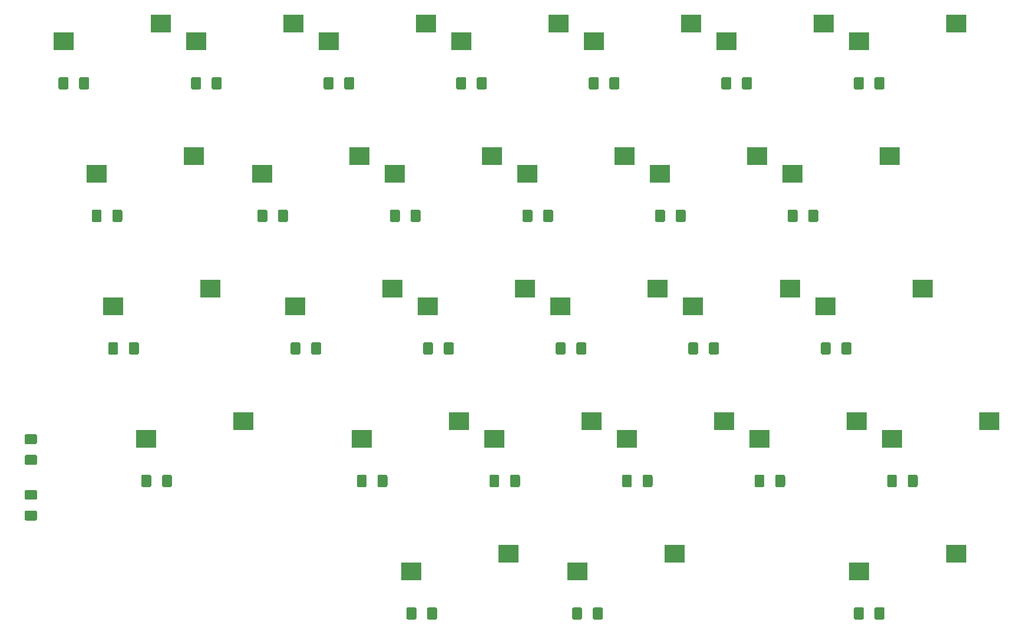
<source format=gbp>
G04 #@! TF.GenerationSoftware,KiCad,Pcbnew,(5.0.2)-1*
G04 #@! TF.CreationDate,2019-03-03T00:14:17+09:00*
G04 #@! TF.ProjectId,pakbd,70616b62-642e-46b6-9963-61645f706362,3*
G04 #@! TF.SameCoordinates,Original*
G04 #@! TF.FileFunction,Paste,Bot*
G04 #@! TF.FilePolarity,Positive*
%FSLAX46Y46*%
G04 Gerber Fmt 4.6, Leading zero omitted, Abs format (unit mm)*
G04 Created by KiCad (PCBNEW (5.0.2)-1) date 2019/03/03 0:14:17*
%MOMM*%
%LPD*%
G01*
G04 APERTURE LIST*
%ADD10R,3.000000X2.500000*%
%ADD11C,0.100000*%
%ADD12C,1.425000*%
G04 APERTURE END LIST*
D10*
G04 #@! TO.C,SW28*
X170870000Y-30030000D03*
X156900000Y-32570000D03*
G04 #@! TD*
G04 #@! TO.C,SW23*
X156582000Y-87180000D03*
X142612000Y-89720000D03*
G04 #@! TD*
G04 #@! TO.C,SW15*
X108957000Y-68130000D03*
X94987000Y-70670000D03*
G04 #@! TD*
D11*
G04 #@! TO.C,D1*
G36*
X46062004Y-37746204D02*
X46086273Y-37749804D01*
X46110071Y-37755765D01*
X46133171Y-37764030D01*
X46155349Y-37774520D01*
X46176393Y-37787133D01*
X46196098Y-37801747D01*
X46214277Y-37818223D01*
X46230753Y-37836402D01*
X46245367Y-37856107D01*
X46257980Y-37877151D01*
X46268470Y-37899329D01*
X46276735Y-37922429D01*
X46282696Y-37946227D01*
X46286296Y-37970496D01*
X46287500Y-37995000D01*
X46287500Y-39245000D01*
X46286296Y-39269504D01*
X46282696Y-39293773D01*
X46276735Y-39317571D01*
X46268470Y-39340671D01*
X46257980Y-39362849D01*
X46245367Y-39383893D01*
X46230753Y-39403598D01*
X46214277Y-39421777D01*
X46196098Y-39438253D01*
X46176393Y-39452867D01*
X46155349Y-39465480D01*
X46133171Y-39475970D01*
X46110071Y-39484235D01*
X46086273Y-39490196D01*
X46062004Y-39493796D01*
X46037500Y-39495000D01*
X45112500Y-39495000D01*
X45087996Y-39493796D01*
X45063727Y-39490196D01*
X45039929Y-39484235D01*
X45016829Y-39475970D01*
X44994651Y-39465480D01*
X44973607Y-39452867D01*
X44953902Y-39438253D01*
X44935723Y-39421777D01*
X44919247Y-39403598D01*
X44904633Y-39383893D01*
X44892020Y-39362849D01*
X44881530Y-39340671D01*
X44873265Y-39317571D01*
X44867304Y-39293773D01*
X44863704Y-39269504D01*
X44862500Y-39245000D01*
X44862500Y-37995000D01*
X44863704Y-37970496D01*
X44867304Y-37946227D01*
X44873265Y-37922429D01*
X44881530Y-37899329D01*
X44892020Y-37877151D01*
X44904633Y-37856107D01*
X44919247Y-37836402D01*
X44935723Y-37818223D01*
X44953902Y-37801747D01*
X44973607Y-37787133D01*
X44994651Y-37774520D01*
X45016829Y-37764030D01*
X45039929Y-37755765D01*
X45063727Y-37749804D01*
X45087996Y-37746204D01*
X45112500Y-37745000D01*
X46037500Y-37745000D01*
X46062004Y-37746204D01*
X46062004Y-37746204D01*
G37*
D12*
X45575000Y-38620000D03*
D11*
G36*
X43087004Y-37746204D02*
X43111273Y-37749804D01*
X43135071Y-37755765D01*
X43158171Y-37764030D01*
X43180349Y-37774520D01*
X43201393Y-37787133D01*
X43221098Y-37801747D01*
X43239277Y-37818223D01*
X43255753Y-37836402D01*
X43270367Y-37856107D01*
X43282980Y-37877151D01*
X43293470Y-37899329D01*
X43301735Y-37922429D01*
X43307696Y-37946227D01*
X43311296Y-37970496D01*
X43312500Y-37995000D01*
X43312500Y-39245000D01*
X43311296Y-39269504D01*
X43307696Y-39293773D01*
X43301735Y-39317571D01*
X43293470Y-39340671D01*
X43282980Y-39362849D01*
X43270367Y-39383893D01*
X43255753Y-39403598D01*
X43239277Y-39421777D01*
X43221098Y-39438253D01*
X43201393Y-39452867D01*
X43180349Y-39465480D01*
X43158171Y-39475970D01*
X43135071Y-39484235D01*
X43111273Y-39490196D01*
X43087004Y-39493796D01*
X43062500Y-39495000D01*
X42137500Y-39495000D01*
X42112996Y-39493796D01*
X42088727Y-39490196D01*
X42064929Y-39484235D01*
X42041829Y-39475970D01*
X42019651Y-39465480D01*
X41998607Y-39452867D01*
X41978902Y-39438253D01*
X41960723Y-39421777D01*
X41944247Y-39403598D01*
X41929633Y-39383893D01*
X41917020Y-39362849D01*
X41906530Y-39340671D01*
X41898265Y-39317571D01*
X41892304Y-39293773D01*
X41888704Y-39269504D01*
X41887500Y-39245000D01*
X41887500Y-37995000D01*
X41888704Y-37970496D01*
X41892304Y-37946227D01*
X41898265Y-37922429D01*
X41906530Y-37899329D01*
X41917020Y-37877151D01*
X41929633Y-37856107D01*
X41944247Y-37836402D01*
X41960723Y-37818223D01*
X41978902Y-37801747D01*
X41998607Y-37787133D01*
X42019651Y-37774520D01*
X42041829Y-37764030D01*
X42064929Y-37755765D01*
X42088727Y-37749804D01*
X42112996Y-37746204D01*
X42137500Y-37745000D01*
X43062500Y-37745000D01*
X43087004Y-37746204D01*
X43087004Y-37746204D01*
G37*
D12*
X42600000Y-38620000D03*
G04 #@! TD*
D11*
G04 #@! TO.C,D2*
G36*
X62137004Y-37746204D02*
X62161273Y-37749804D01*
X62185071Y-37755765D01*
X62208171Y-37764030D01*
X62230349Y-37774520D01*
X62251393Y-37787133D01*
X62271098Y-37801747D01*
X62289277Y-37818223D01*
X62305753Y-37836402D01*
X62320367Y-37856107D01*
X62332980Y-37877151D01*
X62343470Y-37899329D01*
X62351735Y-37922429D01*
X62357696Y-37946227D01*
X62361296Y-37970496D01*
X62362500Y-37995000D01*
X62362500Y-39245000D01*
X62361296Y-39269504D01*
X62357696Y-39293773D01*
X62351735Y-39317571D01*
X62343470Y-39340671D01*
X62332980Y-39362849D01*
X62320367Y-39383893D01*
X62305753Y-39403598D01*
X62289277Y-39421777D01*
X62271098Y-39438253D01*
X62251393Y-39452867D01*
X62230349Y-39465480D01*
X62208171Y-39475970D01*
X62185071Y-39484235D01*
X62161273Y-39490196D01*
X62137004Y-39493796D01*
X62112500Y-39495000D01*
X61187500Y-39495000D01*
X61162996Y-39493796D01*
X61138727Y-39490196D01*
X61114929Y-39484235D01*
X61091829Y-39475970D01*
X61069651Y-39465480D01*
X61048607Y-39452867D01*
X61028902Y-39438253D01*
X61010723Y-39421777D01*
X60994247Y-39403598D01*
X60979633Y-39383893D01*
X60967020Y-39362849D01*
X60956530Y-39340671D01*
X60948265Y-39317571D01*
X60942304Y-39293773D01*
X60938704Y-39269504D01*
X60937500Y-39245000D01*
X60937500Y-37995000D01*
X60938704Y-37970496D01*
X60942304Y-37946227D01*
X60948265Y-37922429D01*
X60956530Y-37899329D01*
X60967020Y-37877151D01*
X60979633Y-37856107D01*
X60994247Y-37836402D01*
X61010723Y-37818223D01*
X61028902Y-37801747D01*
X61048607Y-37787133D01*
X61069651Y-37774520D01*
X61091829Y-37764030D01*
X61114929Y-37755765D01*
X61138727Y-37749804D01*
X61162996Y-37746204D01*
X61187500Y-37745000D01*
X62112500Y-37745000D01*
X62137004Y-37746204D01*
X62137004Y-37746204D01*
G37*
D12*
X61650000Y-38620000D03*
D11*
G36*
X65112004Y-37746204D02*
X65136273Y-37749804D01*
X65160071Y-37755765D01*
X65183171Y-37764030D01*
X65205349Y-37774520D01*
X65226393Y-37787133D01*
X65246098Y-37801747D01*
X65264277Y-37818223D01*
X65280753Y-37836402D01*
X65295367Y-37856107D01*
X65307980Y-37877151D01*
X65318470Y-37899329D01*
X65326735Y-37922429D01*
X65332696Y-37946227D01*
X65336296Y-37970496D01*
X65337500Y-37995000D01*
X65337500Y-39245000D01*
X65336296Y-39269504D01*
X65332696Y-39293773D01*
X65326735Y-39317571D01*
X65318470Y-39340671D01*
X65307980Y-39362849D01*
X65295367Y-39383893D01*
X65280753Y-39403598D01*
X65264277Y-39421777D01*
X65246098Y-39438253D01*
X65226393Y-39452867D01*
X65205349Y-39465480D01*
X65183171Y-39475970D01*
X65160071Y-39484235D01*
X65136273Y-39490196D01*
X65112004Y-39493796D01*
X65087500Y-39495000D01*
X64162500Y-39495000D01*
X64137996Y-39493796D01*
X64113727Y-39490196D01*
X64089929Y-39484235D01*
X64066829Y-39475970D01*
X64044651Y-39465480D01*
X64023607Y-39452867D01*
X64003902Y-39438253D01*
X63985723Y-39421777D01*
X63969247Y-39403598D01*
X63954633Y-39383893D01*
X63942020Y-39362849D01*
X63931530Y-39340671D01*
X63923265Y-39317571D01*
X63917304Y-39293773D01*
X63913704Y-39269504D01*
X63912500Y-39245000D01*
X63912500Y-37995000D01*
X63913704Y-37970496D01*
X63917304Y-37946227D01*
X63923265Y-37922429D01*
X63931530Y-37899329D01*
X63942020Y-37877151D01*
X63954633Y-37856107D01*
X63969247Y-37836402D01*
X63985723Y-37818223D01*
X64003902Y-37801747D01*
X64023607Y-37787133D01*
X64044651Y-37774520D01*
X64066829Y-37764030D01*
X64089929Y-37755765D01*
X64113727Y-37749804D01*
X64137996Y-37746204D01*
X64162500Y-37745000D01*
X65087500Y-37745000D01*
X65112004Y-37746204D01*
X65112004Y-37746204D01*
G37*
D12*
X64625000Y-38620000D03*
G04 #@! TD*
D11*
G04 #@! TO.C,D3*
G36*
X84162004Y-37746204D02*
X84186273Y-37749804D01*
X84210071Y-37755765D01*
X84233171Y-37764030D01*
X84255349Y-37774520D01*
X84276393Y-37787133D01*
X84296098Y-37801747D01*
X84314277Y-37818223D01*
X84330753Y-37836402D01*
X84345367Y-37856107D01*
X84357980Y-37877151D01*
X84368470Y-37899329D01*
X84376735Y-37922429D01*
X84382696Y-37946227D01*
X84386296Y-37970496D01*
X84387500Y-37995000D01*
X84387500Y-39245000D01*
X84386296Y-39269504D01*
X84382696Y-39293773D01*
X84376735Y-39317571D01*
X84368470Y-39340671D01*
X84357980Y-39362849D01*
X84345367Y-39383893D01*
X84330753Y-39403598D01*
X84314277Y-39421777D01*
X84296098Y-39438253D01*
X84276393Y-39452867D01*
X84255349Y-39465480D01*
X84233171Y-39475970D01*
X84210071Y-39484235D01*
X84186273Y-39490196D01*
X84162004Y-39493796D01*
X84137500Y-39495000D01*
X83212500Y-39495000D01*
X83187996Y-39493796D01*
X83163727Y-39490196D01*
X83139929Y-39484235D01*
X83116829Y-39475970D01*
X83094651Y-39465480D01*
X83073607Y-39452867D01*
X83053902Y-39438253D01*
X83035723Y-39421777D01*
X83019247Y-39403598D01*
X83004633Y-39383893D01*
X82992020Y-39362849D01*
X82981530Y-39340671D01*
X82973265Y-39317571D01*
X82967304Y-39293773D01*
X82963704Y-39269504D01*
X82962500Y-39245000D01*
X82962500Y-37995000D01*
X82963704Y-37970496D01*
X82967304Y-37946227D01*
X82973265Y-37922429D01*
X82981530Y-37899329D01*
X82992020Y-37877151D01*
X83004633Y-37856107D01*
X83019247Y-37836402D01*
X83035723Y-37818223D01*
X83053902Y-37801747D01*
X83073607Y-37787133D01*
X83094651Y-37774520D01*
X83116829Y-37764030D01*
X83139929Y-37755765D01*
X83163727Y-37749804D01*
X83187996Y-37746204D01*
X83212500Y-37745000D01*
X84137500Y-37745000D01*
X84162004Y-37746204D01*
X84162004Y-37746204D01*
G37*
D12*
X83675000Y-38620000D03*
D11*
G36*
X81187004Y-37746204D02*
X81211273Y-37749804D01*
X81235071Y-37755765D01*
X81258171Y-37764030D01*
X81280349Y-37774520D01*
X81301393Y-37787133D01*
X81321098Y-37801747D01*
X81339277Y-37818223D01*
X81355753Y-37836402D01*
X81370367Y-37856107D01*
X81382980Y-37877151D01*
X81393470Y-37899329D01*
X81401735Y-37922429D01*
X81407696Y-37946227D01*
X81411296Y-37970496D01*
X81412500Y-37995000D01*
X81412500Y-39245000D01*
X81411296Y-39269504D01*
X81407696Y-39293773D01*
X81401735Y-39317571D01*
X81393470Y-39340671D01*
X81382980Y-39362849D01*
X81370367Y-39383893D01*
X81355753Y-39403598D01*
X81339277Y-39421777D01*
X81321098Y-39438253D01*
X81301393Y-39452867D01*
X81280349Y-39465480D01*
X81258171Y-39475970D01*
X81235071Y-39484235D01*
X81211273Y-39490196D01*
X81187004Y-39493796D01*
X81162500Y-39495000D01*
X80237500Y-39495000D01*
X80212996Y-39493796D01*
X80188727Y-39490196D01*
X80164929Y-39484235D01*
X80141829Y-39475970D01*
X80119651Y-39465480D01*
X80098607Y-39452867D01*
X80078902Y-39438253D01*
X80060723Y-39421777D01*
X80044247Y-39403598D01*
X80029633Y-39383893D01*
X80017020Y-39362849D01*
X80006530Y-39340671D01*
X79998265Y-39317571D01*
X79992304Y-39293773D01*
X79988704Y-39269504D01*
X79987500Y-39245000D01*
X79987500Y-37995000D01*
X79988704Y-37970496D01*
X79992304Y-37946227D01*
X79998265Y-37922429D01*
X80006530Y-37899329D01*
X80017020Y-37877151D01*
X80029633Y-37856107D01*
X80044247Y-37836402D01*
X80060723Y-37818223D01*
X80078902Y-37801747D01*
X80098607Y-37787133D01*
X80119651Y-37774520D01*
X80141829Y-37764030D01*
X80164929Y-37755765D01*
X80188727Y-37749804D01*
X80212996Y-37746204D01*
X80237500Y-37745000D01*
X81162500Y-37745000D01*
X81187004Y-37746204D01*
X81187004Y-37746204D01*
G37*
D12*
X80700000Y-38620000D03*
G04 #@! TD*
D11*
G04 #@! TO.C,D4*
G36*
X100237004Y-37746204D02*
X100261273Y-37749804D01*
X100285071Y-37755765D01*
X100308171Y-37764030D01*
X100330349Y-37774520D01*
X100351393Y-37787133D01*
X100371098Y-37801747D01*
X100389277Y-37818223D01*
X100405753Y-37836402D01*
X100420367Y-37856107D01*
X100432980Y-37877151D01*
X100443470Y-37899329D01*
X100451735Y-37922429D01*
X100457696Y-37946227D01*
X100461296Y-37970496D01*
X100462500Y-37995000D01*
X100462500Y-39245000D01*
X100461296Y-39269504D01*
X100457696Y-39293773D01*
X100451735Y-39317571D01*
X100443470Y-39340671D01*
X100432980Y-39362849D01*
X100420367Y-39383893D01*
X100405753Y-39403598D01*
X100389277Y-39421777D01*
X100371098Y-39438253D01*
X100351393Y-39452867D01*
X100330349Y-39465480D01*
X100308171Y-39475970D01*
X100285071Y-39484235D01*
X100261273Y-39490196D01*
X100237004Y-39493796D01*
X100212500Y-39495000D01*
X99287500Y-39495000D01*
X99262996Y-39493796D01*
X99238727Y-39490196D01*
X99214929Y-39484235D01*
X99191829Y-39475970D01*
X99169651Y-39465480D01*
X99148607Y-39452867D01*
X99128902Y-39438253D01*
X99110723Y-39421777D01*
X99094247Y-39403598D01*
X99079633Y-39383893D01*
X99067020Y-39362849D01*
X99056530Y-39340671D01*
X99048265Y-39317571D01*
X99042304Y-39293773D01*
X99038704Y-39269504D01*
X99037500Y-39245000D01*
X99037500Y-37995000D01*
X99038704Y-37970496D01*
X99042304Y-37946227D01*
X99048265Y-37922429D01*
X99056530Y-37899329D01*
X99067020Y-37877151D01*
X99079633Y-37856107D01*
X99094247Y-37836402D01*
X99110723Y-37818223D01*
X99128902Y-37801747D01*
X99148607Y-37787133D01*
X99169651Y-37774520D01*
X99191829Y-37764030D01*
X99214929Y-37755765D01*
X99238727Y-37749804D01*
X99262996Y-37746204D01*
X99287500Y-37745000D01*
X100212500Y-37745000D01*
X100237004Y-37746204D01*
X100237004Y-37746204D01*
G37*
D12*
X99750000Y-38620000D03*
D11*
G36*
X103212004Y-37746204D02*
X103236273Y-37749804D01*
X103260071Y-37755765D01*
X103283171Y-37764030D01*
X103305349Y-37774520D01*
X103326393Y-37787133D01*
X103346098Y-37801747D01*
X103364277Y-37818223D01*
X103380753Y-37836402D01*
X103395367Y-37856107D01*
X103407980Y-37877151D01*
X103418470Y-37899329D01*
X103426735Y-37922429D01*
X103432696Y-37946227D01*
X103436296Y-37970496D01*
X103437500Y-37995000D01*
X103437500Y-39245000D01*
X103436296Y-39269504D01*
X103432696Y-39293773D01*
X103426735Y-39317571D01*
X103418470Y-39340671D01*
X103407980Y-39362849D01*
X103395367Y-39383893D01*
X103380753Y-39403598D01*
X103364277Y-39421777D01*
X103346098Y-39438253D01*
X103326393Y-39452867D01*
X103305349Y-39465480D01*
X103283171Y-39475970D01*
X103260071Y-39484235D01*
X103236273Y-39490196D01*
X103212004Y-39493796D01*
X103187500Y-39495000D01*
X102262500Y-39495000D01*
X102237996Y-39493796D01*
X102213727Y-39490196D01*
X102189929Y-39484235D01*
X102166829Y-39475970D01*
X102144651Y-39465480D01*
X102123607Y-39452867D01*
X102103902Y-39438253D01*
X102085723Y-39421777D01*
X102069247Y-39403598D01*
X102054633Y-39383893D01*
X102042020Y-39362849D01*
X102031530Y-39340671D01*
X102023265Y-39317571D01*
X102017304Y-39293773D01*
X102013704Y-39269504D01*
X102012500Y-39245000D01*
X102012500Y-37995000D01*
X102013704Y-37970496D01*
X102017304Y-37946227D01*
X102023265Y-37922429D01*
X102031530Y-37899329D01*
X102042020Y-37877151D01*
X102054633Y-37856107D01*
X102069247Y-37836402D01*
X102085723Y-37818223D01*
X102103902Y-37801747D01*
X102123607Y-37787133D01*
X102144651Y-37774520D01*
X102166829Y-37764030D01*
X102189929Y-37755765D01*
X102213727Y-37749804D01*
X102237996Y-37746204D01*
X102262500Y-37745000D01*
X103187500Y-37745000D01*
X103212004Y-37746204D01*
X103212004Y-37746204D01*
G37*
D12*
X102725000Y-38620000D03*
G04 #@! TD*
D11*
G04 #@! TO.C,D5*
G36*
X122262004Y-37746204D02*
X122286273Y-37749804D01*
X122310071Y-37755765D01*
X122333171Y-37764030D01*
X122355349Y-37774520D01*
X122376393Y-37787133D01*
X122396098Y-37801747D01*
X122414277Y-37818223D01*
X122430753Y-37836402D01*
X122445367Y-37856107D01*
X122457980Y-37877151D01*
X122468470Y-37899329D01*
X122476735Y-37922429D01*
X122482696Y-37946227D01*
X122486296Y-37970496D01*
X122487500Y-37995000D01*
X122487500Y-39245000D01*
X122486296Y-39269504D01*
X122482696Y-39293773D01*
X122476735Y-39317571D01*
X122468470Y-39340671D01*
X122457980Y-39362849D01*
X122445367Y-39383893D01*
X122430753Y-39403598D01*
X122414277Y-39421777D01*
X122396098Y-39438253D01*
X122376393Y-39452867D01*
X122355349Y-39465480D01*
X122333171Y-39475970D01*
X122310071Y-39484235D01*
X122286273Y-39490196D01*
X122262004Y-39493796D01*
X122237500Y-39495000D01*
X121312500Y-39495000D01*
X121287996Y-39493796D01*
X121263727Y-39490196D01*
X121239929Y-39484235D01*
X121216829Y-39475970D01*
X121194651Y-39465480D01*
X121173607Y-39452867D01*
X121153902Y-39438253D01*
X121135723Y-39421777D01*
X121119247Y-39403598D01*
X121104633Y-39383893D01*
X121092020Y-39362849D01*
X121081530Y-39340671D01*
X121073265Y-39317571D01*
X121067304Y-39293773D01*
X121063704Y-39269504D01*
X121062500Y-39245000D01*
X121062500Y-37995000D01*
X121063704Y-37970496D01*
X121067304Y-37946227D01*
X121073265Y-37922429D01*
X121081530Y-37899329D01*
X121092020Y-37877151D01*
X121104633Y-37856107D01*
X121119247Y-37836402D01*
X121135723Y-37818223D01*
X121153902Y-37801747D01*
X121173607Y-37787133D01*
X121194651Y-37774520D01*
X121216829Y-37764030D01*
X121239929Y-37755765D01*
X121263727Y-37749804D01*
X121287996Y-37746204D01*
X121312500Y-37745000D01*
X122237500Y-37745000D01*
X122262004Y-37746204D01*
X122262004Y-37746204D01*
G37*
D12*
X121775000Y-38620000D03*
D11*
G36*
X119287004Y-37746204D02*
X119311273Y-37749804D01*
X119335071Y-37755765D01*
X119358171Y-37764030D01*
X119380349Y-37774520D01*
X119401393Y-37787133D01*
X119421098Y-37801747D01*
X119439277Y-37818223D01*
X119455753Y-37836402D01*
X119470367Y-37856107D01*
X119482980Y-37877151D01*
X119493470Y-37899329D01*
X119501735Y-37922429D01*
X119507696Y-37946227D01*
X119511296Y-37970496D01*
X119512500Y-37995000D01*
X119512500Y-39245000D01*
X119511296Y-39269504D01*
X119507696Y-39293773D01*
X119501735Y-39317571D01*
X119493470Y-39340671D01*
X119482980Y-39362849D01*
X119470367Y-39383893D01*
X119455753Y-39403598D01*
X119439277Y-39421777D01*
X119421098Y-39438253D01*
X119401393Y-39452867D01*
X119380349Y-39465480D01*
X119358171Y-39475970D01*
X119335071Y-39484235D01*
X119311273Y-39490196D01*
X119287004Y-39493796D01*
X119262500Y-39495000D01*
X118337500Y-39495000D01*
X118312996Y-39493796D01*
X118288727Y-39490196D01*
X118264929Y-39484235D01*
X118241829Y-39475970D01*
X118219651Y-39465480D01*
X118198607Y-39452867D01*
X118178902Y-39438253D01*
X118160723Y-39421777D01*
X118144247Y-39403598D01*
X118129633Y-39383893D01*
X118117020Y-39362849D01*
X118106530Y-39340671D01*
X118098265Y-39317571D01*
X118092304Y-39293773D01*
X118088704Y-39269504D01*
X118087500Y-39245000D01*
X118087500Y-37995000D01*
X118088704Y-37970496D01*
X118092304Y-37946227D01*
X118098265Y-37922429D01*
X118106530Y-37899329D01*
X118117020Y-37877151D01*
X118129633Y-37856107D01*
X118144247Y-37836402D01*
X118160723Y-37818223D01*
X118178902Y-37801747D01*
X118198607Y-37787133D01*
X118219651Y-37774520D01*
X118241829Y-37764030D01*
X118264929Y-37755765D01*
X118288727Y-37749804D01*
X118312996Y-37746204D01*
X118337500Y-37745000D01*
X119262500Y-37745000D01*
X119287004Y-37746204D01*
X119287004Y-37746204D01*
G37*
D12*
X118800000Y-38620000D03*
G04 #@! TD*
D11*
G04 #@! TO.C,D6*
G36*
X138337004Y-37746204D02*
X138361273Y-37749804D01*
X138385071Y-37755765D01*
X138408171Y-37764030D01*
X138430349Y-37774520D01*
X138451393Y-37787133D01*
X138471098Y-37801747D01*
X138489277Y-37818223D01*
X138505753Y-37836402D01*
X138520367Y-37856107D01*
X138532980Y-37877151D01*
X138543470Y-37899329D01*
X138551735Y-37922429D01*
X138557696Y-37946227D01*
X138561296Y-37970496D01*
X138562500Y-37995000D01*
X138562500Y-39245000D01*
X138561296Y-39269504D01*
X138557696Y-39293773D01*
X138551735Y-39317571D01*
X138543470Y-39340671D01*
X138532980Y-39362849D01*
X138520367Y-39383893D01*
X138505753Y-39403598D01*
X138489277Y-39421777D01*
X138471098Y-39438253D01*
X138451393Y-39452867D01*
X138430349Y-39465480D01*
X138408171Y-39475970D01*
X138385071Y-39484235D01*
X138361273Y-39490196D01*
X138337004Y-39493796D01*
X138312500Y-39495000D01*
X137387500Y-39495000D01*
X137362996Y-39493796D01*
X137338727Y-39490196D01*
X137314929Y-39484235D01*
X137291829Y-39475970D01*
X137269651Y-39465480D01*
X137248607Y-39452867D01*
X137228902Y-39438253D01*
X137210723Y-39421777D01*
X137194247Y-39403598D01*
X137179633Y-39383893D01*
X137167020Y-39362849D01*
X137156530Y-39340671D01*
X137148265Y-39317571D01*
X137142304Y-39293773D01*
X137138704Y-39269504D01*
X137137500Y-39245000D01*
X137137500Y-37995000D01*
X137138704Y-37970496D01*
X137142304Y-37946227D01*
X137148265Y-37922429D01*
X137156530Y-37899329D01*
X137167020Y-37877151D01*
X137179633Y-37856107D01*
X137194247Y-37836402D01*
X137210723Y-37818223D01*
X137228902Y-37801747D01*
X137248607Y-37787133D01*
X137269651Y-37774520D01*
X137291829Y-37764030D01*
X137314929Y-37755765D01*
X137338727Y-37749804D01*
X137362996Y-37746204D01*
X137387500Y-37745000D01*
X138312500Y-37745000D01*
X138337004Y-37746204D01*
X138337004Y-37746204D01*
G37*
D12*
X137850000Y-38620000D03*
D11*
G36*
X141312004Y-37746204D02*
X141336273Y-37749804D01*
X141360071Y-37755765D01*
X141383171Y-37764030D01*
X141405349Y-37774520D01*
X141426393Y-37787133D01*
X141446098Y-37801747D01*
X141464277Y-37818223D01*
X141480753Y-37836402D01*
X141495367Y-37856107D01*
X141507980Y-37877151D01*
X141518470Y-37899329D01*
X141526735Y-37922429D01*
X141532696Y-37946227D01*
X141536296Y-37970496D01*
X141537500Y-37995000D01*
X141537500Y-39245000D01*
X141536296Y-39269504D01*
X141532696Y-39293773D01*
X141526735Y-39317571D01*
X141518470Y-39340671D01*
X141507980Y-39362849D01*
X141495367Y-39383893D01*
X141480753Y-39403598D01*
X141464277Y-39421777D01*
X141446098Y-39438253D01*
X141426393Y-39452867D01*
X141405349Y-39465480D01*
X141383171Y-39475970D01*
X141360071Y-39484235D01*
X141336273Y-39490196D01*
X141312004Y-39493796D01*
X141287500Y-39495000D01*
X140362500Y-39495000D01*
X140337996Y-39493796D01*
X140313727Y-39490196D01*
X140289929Y-39484235D01*
X140266829Y-39475970D01*
X140244651Y-39465480D01*
X140223607Y-39452867D01*
X140203902Y-39438253D01*
X140185723Y-39421777D01*
X140169247Y-39403598D01*
X140154633Y-39383893D01*
X140142020Y-39362849D01*
X140131530Y-39340671D01*
X140123265Y-39317571D01*
X140117304Y-39293773D01*
X140113704Y-39269504D01*
X140112500Y-39245000D01*
X140112500Y-37995000D01*
X140113704Y-37970496D01*
X140117304Y-37946227D01*
X140123265Y-37922429D01*
X140131530Y-37899329D01*
X140142020Y-37877151D01*
X140154633Y-37856107D01*
X140169247Y-37836402D01*
X140185723Y-37818223D01*
X140203902Y-37801747D01*
X140223607Y-37787133D01*
X140244651Y-37774520D01*
X140266829Y-37764030D01*
X140289929Y-37755765D01*
X140313727Y-37749804D01*
X140337996Y-37746204D01*
X140362500Y-37745000D01*
X141287500Y-37745000D01*
X141312004Y-37746204D01*
X141312004Y-37746204D01*
G37*
D12*
X140825000Y-38620000D03*
G04 #@! TD*
D11*
G04 #@! TO.C,D7*
G36*
X50824504Y-56796204D02*
X50848773Y-56799804D01*
X50872571Y-56805765D01*
X50895671Y-56814030D01*
X50917849Y-56824520D01*
X50938893Y-56837133D01*
X50958598Y-56851747D01*
X50976777Y-56868223D01*
X50993253Y-56886402D01*
X51007867Y-56906107D01*
X51020480Y-56927151D01*
X51030970Y-56949329D01*
X51039235Y-56972429D01*
X51045196Y-56996227D01*
X51048796Y-57020496D01*
X51050000Y-57045000D01*
X51050000Y-58295000D01*
X51048796Y-58319504D01*
X51045196Y-58343773D01*
X51039235Y-58367571D01*
X51030970Y-58390671D01*
X51020480Y-58412849D01*
X51007867Y-58433893D01*
X50993253Y-58453598D01*
X50976777Y-58471777D01*
X50958598Y-58488253D01*
X50938893Y-58502867D01*
X50917849Y-58515480D01*
X50895671Y-58525970D01*
X50872571Y-58534235D01*
X50848773Y-58540196D01*
X50824504Y-58543796D01*
X50800000Y-58545000D01*
X49875000Y-58545000D01*
X49850496Y-58543796D01*
X49826227Y-58540196D01*
X49802429Y-58534235D01*
X49779329Y-58525970D01*
X49757151Y-58515480D01*
X49736107Y-58502867D01*
X49716402Y-58488253D01*
X49698223Y-58471777D01*
X49681747Y-58453598D01*
X49667133Y-58433893D01*
X49654520Y-58412849D01*
X49644030Y-58390671D01*
X49635765Y-58367571D01*
X49629804Y-58343773D01*
X49626204Y-58319504D01*
X49625000Y-58295000D01*
X49625000Y-57045000D01*
X49626204Y-57020496D01*
X49629804Y-56996227D01*
X49635765Y-56972429D01*
X49644030Y-56949329D01*
X49654520Y-56927151D01*
X49667133Y-56906107D01*
X49681747Y-56886402D01*
X49698223Y-56868223D01*
X49716402Y-56851747D01*
X49736107Y-56837133D01*
X49757151Y-56824520D01*
X49779329Y-56814030D01*
X49802429Y-56805765D01*
X49826227Y-56799804D01*
X49850496Y-56796204D01*
X49875000Y-56795000D01*
X50800000Y-56795000D01*
X50824504Y-56796204D01*
X50824504Y-56796204D01*
G37*
D12*
X50337500Y-57670000D03*
D11*
G36*
X47849504Y-56796204D02*
X47873773Y-56799804D01*
X47897571Y-56805765D01*
X47920671Y-56814030D01*
X47942849Y-56824520D01*
X47963893Y-56837133D01*
X47983598Y-56851747D01*
X48001777Y-56868223D01*
X48018253Y-56886402D01*
X48032867Y-56906107D01*
X48045480Y-56927151D01*
X48055970Y-56949329D01*
X48064235Y-56972429D01*
X48070196Y-56996227D01*
X48073796Y-57020496D01*
X48075000Y-57045000D01*
X48075000Y-58295000D01*
X48073796Y-58319504D01*
X48070196Y-58343773D01*
X48064235Y-58367571D01*
X48055970Y-58390671D01*
X48045480Y-58412849D01*
X48032867Y-58433893D01*
X48018253Y-58453598D01*
X48001777Y-58471777D01*
X47983598Y-58488253D01*
X47963893Y-58502867D01*
X47942849Y-58515480D01*
X47920671Y-58525970D01*
X47897571Y-58534235D01*
X47873773Y-58540196D01*
X47849504Y-58543796D01*
X47825000Y-58545000D01*
X46900000Y-58545000D01*
X46875496Y-58543796D01*
X46851227Y-58540196D01*
X46827429Y-58534235D01*
X46804329Y-58525970D01*
X46782151Y-58515480D01*
X46761107Y-58502867D01*
X46741402Y-58488253D01*
X46723223Y-58471777D01*
X46706747Y-58453598D01*
X46692133Y-58433893D01*
X46679520Y-58412849D01*
X46669030Y-58390671D01*
X46660765Y-58367571D01*
X46654804Y-58343773D01*
X46651204Y-58319504D01*
X46650000Y-58295000D01*
X46650000Y-57045000D01*
X46651204Y-57020496D01*
X46654804Y-56996227D01*
X46660765Y-56972429D01*
X46669030Y-56949329D01*
X46679520Y-56927151D01*
X46692133Y-56906107D01*
X46706747Y-56886402D01*
X46723223Y-56868223D01*
X46741402Y-56851747D01*
X46761107Y-56837133D01*
X46782151Y-56824520D01*
X46804329Y-56814030D01*
X46827429Y-56805765D01*
X46851227Y-56799804D01*
X46875496Y-56796204D01*
X46900000Y-56795000D01*
X47825000Y-56795000D01*
X47849504Y-56796204D01*
X47849504Y-56796204D01*
G37*
D12*
X47362500Y-57670000D03*
G04 #@! TD*
D11*
G04 #@! TO.C,D8*
G36*
X74637004Y-56796204D02*
X74661273Y-56799804D01*
X74685071Y-56805765D01*
X74708171Y-56814030D01*
X74730349Y-56824520D01*
X74751393Y-56837133D01*
X74771098Y-56851747D01*
X74789277Y-56868223D01*
X74805753Y-56886402D01*
X74820367Y-56906107D01*
X74832980Y-56927151D01*
X74843470Y-56949329D01*
X74851735Y-56972429D01*
X74857696Y-56996227D01*
X74861296Y-57020496D01*
X74862500Y-57045000D01*
X74862500Y-58295000D01*
X74861296Y-58319504D01*
X74857696Y-58343773D01*
X74851735Y-58367571D01*
X74843470Y-58390671D01*
X74832980Y-58412849D01*
X74820367Y-58433893D01*
X74805753Y-58453598D01*
X74789277Y-58471777D01*
X74771098Y-58488253D01*
X74751393Y-58502867D01*
X74730349Y-58515480D01*
X74708171Y-58525970D01*
X74685071Y-58534235D01*
X74661273Y-58540196D01*
X74637004Y-58543796D01*
X74612500Y-58545000D01*
X73687500Y-58545000D01*
X73662996Y-58543796D01*
X73638727Y-58540196D01*
X73614929Y-58534235D01*
X73591829Y-58525970D01*
X73569651Y-58515480D01*
X73548607Y-58502867D01*
X73528902Y-58488253D01*
X73510723Y-58471777D01*
X73494247Y-58453598D01*
X73479633Y-58433893D01*
X73467020Y-58412849D01*
X73456530Y-58390671D01*
X73448265Y-58367571D01*
X73442304Y-58343773D01*
X73438704Y-58319504D01*
X73437500Y-58295000D01*
X73437500Y-57045000D01*
X73438704Y-57020496D01*
X73442304Y-56996227D01*
X73448265Y-56972429D01*
X73456530Y-56949329D01*
X73467020Y-56927151D01*
X73479633Y-56906107D01*
X73494247Y-56886402D01*
X73510723Y-56868223D01*
X73528902Y-56851747D01*
X73548607Y-56837133D01*
X73569651Y-56824520D01*
X73591829Y-56814030D01*
X73614929Y-56805765D01*
X73638727Y-56799804D01*
X73662996Y-56796204D01*
X73687500Y-56795000D01*
X74612500Y-56795000D01*
X74637004Y-56796204D01*
X74637004Y-56796204D01*
G37*
D12*
X74150000Y-57670000D03*
D11*
G36*
X71662004Y-56796204D02*
X71686273Y-56799804D01*
X71710071Y-56805765D01*
X71733171Y-56814030D01*
X71755349Y-56824520D01*
X71776393Y-56837133D01*
X71796098Y-56851747D01*
X71814277Y-56868223D01*
X71830753Y-56886402D01*
X71845367Y-56906107D01*
X71857980Y-56927151D01*
X71868470Y-56949329D01*
X71876735Y-56972429D01*
X71882696Y-56996227D01*
X71886296Y-57020496D01*
X71887500Y-57045000D01*
X71887500Y-58295000D01*
X71886296Y-58319504D01*
X71882696Y-58343773D01*
X71876735Y-58367571D01*
X71868470Y-58390671D01*
X71857980Y-58412849D01*
X71845367Y-58433893D01*
X71830753Y-58453598D01*
X71814277Y-58471777D01*
X71796098Y-58488253D01*
X71776393Y-58502867D01*
X71755349Y-58515480D01*
X71733171Y-58525970D01*
X71710071Y-58534235D01*
X71686273Y-58540196D01*
X71662004Y-58543796D01*
X71637500Y-58545000D01*
X70712500Y-58545000D01*
X70687996Y-58543796D01*
X70663727Y-58540196D01*
X70639929Y-58534235D01*
X70616829Y-58525970D01*
X70594651Y-58515480D01*
X70573607Y-58502867D01*
X70553902Y-58488253D01*
X70535723Y-58471777D01*
X70519247Y-58453598D01*
X70504633Y-58433893D01*
X70492020Y-58412849D01*
X70481530Y-58390671D01*
X70473265Y-58367571D01*
X70467304Y-58343773D01*
X70463704Y-58319504D01*
X70462500Y-58295000D01*
X70462500Y-57045000D01*
X70463704Y-57020496D01*
X70467304Y-56996227D01*
X70473265Y-56972429D01*
X70481530Y-56949329D01*
X70492020Y-56927151D01*
X70504633Y-56906107D01*
X70519247Y-56886402D01*
X70535723Y-56868223D01*
X70553902Y-56851747D01*
X70573607Y-56837133D01*
X70594651Y-56824520D01*
X70616829Y-56814030D01*
X70639929Y-56805765D01*
X70663727Y-56799804D01*
X70687996Y-56796204D01*
X70712500Y-56795000D01*
X71637500Y-56795000D01*
X71662004Y-56796204D01*
X71662004Y-56796204D01*
G37*
D12*
X71175000Y-57670000D03*
G04 #@! TD*
D11*
G04 #@! TO.C,D9*
G36*
X90712004Y-56796204D02*
X90736273Y-56799804D01*
X90760071Y-56805765D01*
X90783171Y-56814030D01*
X90805349Y-56824520D01*
X90826393Y-56837133D01*
X90846098Y-56851747D01*
X90864277Y-56868223D01*
X90880753Y-56886402D01*
X90895367Y-56906107D01*
X90907980Y-56927151D01*
X90918470Y-56949329D01*
X90926735Y-56972429D01*
X90932696Y-56996227D01*
X90936296Y-57020496D01*
X90937500Y-57045000D01*
X90937500Y-58295000D01*
X90936296Y-58319504D01*
X90932696Y-58343773D01*
X90926735Y-58367571D01*
X90918470Y-58390671D01*
X90907980Y-58412849D01*
X90895367Y-58433893D01*
X90880753Y-58453598D01*
X90864277Y-58471777D01*
X90846098Y-58488253D01*
X90826393Y-58502867D01*
X90805349Y-58515480D01*
X90783171Y-58525970D01*
X90760071Y-58534235D01*
X90736273Y-58540196D01*
X90712004Y-58543796D01*
X90687500Y-58545000D01*
X89762500Y-58545000D01*
X89737996Y-58543796D01*
X89713727Y-58540196D01*
X89689929Y-58534235D01*
X89666829Y-58525970D01*
X89644651Y-58515480D01*
X89623607Y-58502867D01*
X89603902Y-58488253D01*
X89585723Y-58471777D01*
X89569247Y-58453598D01*
X89554633Y-58433893D01*
X89542020Y-58412849D01*
X89531530Y-58390671D01*
X89523265Y-58367571D01*
X89517304Y-58343773D01*
X89513704Y-58319504D01*
X89512500Y-58295000D01*
X89512500Y-57045000D01*
X89513704Y-57020496D01*
X89517304Y-56996227D01*
X89523265Y-56972429D01*
X89531530Y-56949329D01*
X89542020Y-56927151D01*
X89554633Y-56906107D01*
X89569247Y-56886402D01*
X89585723Y-56868223D01*
X89603902Y-56851747D01*
X89623607Y-56837133D01*
X89644651Y-56824520D01*
X89666829Y-56814030D01*
X89689929Y-56805765D01*
X89713727Y-56799804D01*
X89737996Y-56796204D01*
X89762500Y-56795000D01*
X90687500Y-56795000D01*
X90712004Y-56796204D01*
X90712004Y-56796204D01*
G37*
D12*
X90225000Y-57670000D03*
D11*
G36*
X93687004Y-56796204D02*
X93711273Y-56799804D01*
X93735071Y-56805765D01*
X93758171Y-56814030D01*
X93780349Y-56824520D01*
X93801393Y-56837133D01*
X93821098Y-56851747D01*
X93839277Y-56868223D01*
X93855753Y-56886402D01*
X93870367Y-56906107D01*
X93882980Y-56927151D01*
X93893470Y-56949329D01*
X93901735Y-56972429D01*
X93907696Y-56996227D01*
X93911296Y-57020496D01*
X93912500Y-57045000D01*
X93912500Y-58295000D01*
X93911296Y-58319504D01*
X93907696Y-58343773D01*
X93901735Y-58367571D01*
X93893470Y-58390671D01*
X93882980Y-58412849D01*
X93870367Y-58433893D01*
X93855753Y-58453598D01*
X93839277Y-58471777D01*
X93821098Y-58488253D01*
X93801393Y-58502867D01*
X93780349Y-58515480D01*
X93758171Y-58525970D01*
X93735071Y-58534235D01*
X93711273Y-58540196D01*
X93687004Y-58543796D01*
X93662500Y-58545000D01*
X92737500Y-58545000D01*
X92712996Y-58543796D01*
X92688727Y-58540196D01*
X92664929Y-58534235D01*
X92641829Y-58525970D01*
X92619651Y-58515480D01*
X92598607Y-58502867D01*
X92578902Y-58488253D01*
X92560723Y-58471777D01*
X92544247Y-58453598D01*
X92529633Y-58433893D01*
X92517020Y-58412849D01*
X92506530Y-58390671D01*
X92498265Y-58367571D01*
X92492304Y-58343773D01*
X92488704Y-58319504D01*
X92487500Y-58295000D01*
X92487500Y-57045000D01*
X92488704Y-57020496D01*
X92492304Y-56996227D01*
X92498265Y-56972429D01*
X92506530Y-56949329D01*
X92517020Y-56927151D01*
X92529633Y-56906107D01*
X92544247Y-56886402D01*
X92560723Y-56868223D01*
X92578902Y-56851747D01*
X92598607Y-56837133D01*
X92619651Y-56824520D01*
X92641829Y-56814030D01*
X92664929Y-56805765D01*
X92688727Y-56799804D01*
X92712996Y-56796204D01*
X92737500Y-56795000D01*
X93662500Y-56795000D01*
X93687004Y-56796204D01*
X93687004Y-56796204D01*
G37*
D12*
X93200000Y-57670000D03*
G04 #@! TD*
D11*
G04 #@! TO.C,D10*
G36*
X109762004Y-56796204D02*
X109786273Y-56799804D01*
X109810071Y-56805765D01*
X109833171Y-56814030D01*
X109855349Y-56824520D01*
X109876393Y-56837133D01*
X109896098Y-56851747D01*
X109914277Y-56868223D01*
X109930753Y-56886402D01*
X109945367Y-56906107D01*
X109957980Y-56927151D01*
X109968470Y-56949329D01*
X109976735Y-56972429D01*
X109982696Y-56996227D01*
X109986296Y-57020496D01*
X109987500Y-57045000D01*
X109987500Y-58295000D01*
X109986296Y-58319504D01*
X109982696Y-58343773D01*
X109976735Y-58367571D01*
X109968470Y-58390671D01*
X109957980Y-58412849D01*
X109945367Y-58433893D01*
X109930753Y-58453598D01*
X109914277Y-58471777D01*
X109896098Y-58488253D01*
X109876393Y-58502867D01*
X109855349Y-58515480D01*
X109833171Y-58525970D01*
X109810071Y-58534235D01*
X109786273Y-58540196D01*
X109762004Y-58543796D01*
X109737500Y-58545000D01*
X108812500Y-58545000D01*
X108787996Y-58543796D01*
X108763727Y-58540196D01*
X108739929Y-58534235D01*
X108716829Y-58525970D01*
X108694651Y-58515480D01*
X108673607Y-58502867D01*
X108653902Y-58488253D01*
X108635723Y-58471777D01*
X108619247Y-58453598D01*
X108604633Y-58433893D01*
X108592020Y-58412849D01*
X108581530Y-58390671D01*
X108573265Y-58367571D01*
X108567304Y-58343773D01*
X108563704Y-58319504D01*
X108562500Y-58295000D01*
X108562500Y-57045000D01*
X108563704Y-57020496D01*
X108567304Y-56996227D01*
X108573265Y-56972429D01*
X108581530Y-56949329D01*
X108592020Y-56927151D01*
X108604633Y-56906107D01*
X108619247Y-56886402D01*
X108635723Y-56868223D01*
X108653902Y-56851747D01*
X108673607Y-56837133D01*
X108694651Y-56824520D01*
X108716829Y-56814030D01*
X108739929Y-56805765D01*
X108763727Y-56799804D01*
X108787996Y-56796204D01*
X108812500Y-56795000D01*
X109737500Y-56795000D01*
X109762004Y-56796204D01*
X109762004Y-56796204D01*
G37*
D12*
X109275000Y-57670000D03*
D11*
G36*
X112737004Y-56796204D02*
X112761273Y-56799804D01*
X112785071Y-56805765D01*
X112808171Y-56814030D01*
X112830349Y-56824520D01*
X112851393Y-56837133D01*
X112871098Y-56851747D01*
X112889277Y-56868223D01*
X112905753Y-56886402D01*
X112920367Y-56906107D01*
X112932980Y-56927151D01*
X112943470Y-56949329D01*
X112951735Y-56972429D01*
X112957696Y-56996227D01*
X112961296Y-57020496D01*
X112962500Y-57045000D01*
X112962500Y-58295000D01*
X112961296Y-58319504D01*
X112957696Y-58343773D01*
X112951735Y-58367571D01*
X112943470Y-58390671D01*
X112932980Y-58412849D01*
X112920367Y-58433893D01*
X112905753Y-58453598D01*
X112889277Y-58471777D01*
X112871098Y-58488253D01*
X112851393Y-58502867D01*
X112830349Y-58515480D01*
X112808171Y-58525970D01*
X112785071Y-58534235D01*
X112761273Y-58540196D01*
X112737004Y-58543796D01*
X112712500Y-58545000D01*
X111787500Y-58545000D01*
X111762996Y-58543796D01*
X111738727Y-58540196D01*
X111714929Y-58534235D01*
X111691829Y-58525970D01*
X111669651Y-58515480D01*
X111648607Y-58502867D01*
X111628902Y-58488253D01*
X111610723Y-58471777D01*
X111594247Y-58453598D01*
X111579633Y-58433893D01*
X111567020Y-58412849D01*
X111556530Y-58390671D01*
X111548265Y-58367571D01*
X111542304Y-58343773D01*
X111538704Y-58319504D01*
X111537500Y-58295000D01*
X111537500Y-57045000D01*
X111538704Y-57020496D01*
X111542304Y-56996227D01*
X111548265Y-56972429D01*
X111556530Y-56949329D01*
X111567020Y-56927151D01*
X111579633Y-56906107D01*
X111594247Y-56886402D01*
X111610723Y-56868223D01*
X111628902Y-56851747D01*
X111648607Y-56837133D01*
X111669651Y-56824520D01*
X111691829Y-56814030D01*
X111714929Y-56805765D01*
X111738727Y-56799804D01*
X111762996Y-56796204D01*
X111787500Y-56795000D01*
X112712500Y-56795000D01*
X112737004Y-56796204D01*
X112737004Y-56796204D01*
G37*
D12*
X112250000Y-57670000D03*
G04 #@! TD*
D11*
G04 #@! TO.C,D11*
G36*
X131787004Y-56796204D02*
X131811273Y-56799804D01*
X131835071Y-56805765D01*
X131858171Y-56814030D01*
X131880349Y-56824520D01*
X131901393Y-56837133D01*
X131921098Y-56851747D01*
X131939277Y-56868223D01*
X131955753Y-56886402D01*
X131970367Y-56906107D01*
X131982980Y-56927151D01*
X131993470Y-56949329D01*
X132001735Y-56972429D01*
X132007696Y-56996227D01*
X132011296Y-57020496D01*
X132012500Y-57045000D01*
X132012500Y-58295000D01*
X132011296Y-58319504D01*
X132007696Y-58343773D01*
X132001735Y-58367571D01*
X131993470Y-58390671D01*
X131982980Y-58412849D01*
X131970367Y-58433893D01*
X131955753Y-58453598D01*
X131939277Y-58471777D01*
X131921098Y-58488253D01*
X131901393Y-58502867D01*
X131880349Y-58515480D01*
X131858171Y-58525970D01*
X131835071Y-58534235D01*
X131811273Y-58540196D01*
X131787004Y-58543796D01*
X131762500Y-58545000D01*
X130837500Y-58545000D01*
X130812996Y-58543796D01*
X130788727Y-58540196D01*
X130764929Y-58534235D01*
X130741829Y-58525970D01*
X130719651Y-58515480D01*
X130698607Y-58502867D01*
X130678902Y-58488253D01*
X130660723Y-58471777D01*
X130644247Y-58453598D01*
X130629633Y-58433893D01*
X130617020Y-58412849D01*
X130606530Y-58390671D01*
X130598265Y-58367571D01*
X130592304Y-58343773D01*
X130588704Y-58319504D01*
X130587500Y-58295000D01*
X130587500Y-57045000D01*
X130588704Y-57020496D01*
X130592304Y-56996227D01*
X130598265Y-56972429D01*
X130606530Y-56949329D01*
X130617020Y-56927151D01*
X130629633Y-56906107D01*
X130644247Y-56886402D01*
X130660723Y-56868223D01*
X130678902Y-56851747D01*
X130698607Y-56837133D01*
X130719651Y-56824520D01*
X130741829Y-56814030D01*
X130764929Y-56805765D01*
X130788727Y-56799804D01*
X130812996Y-56796204D01*
X130837500Y-56795000D01*
X131762500Y-56795000D01*
X131787004Y-56796204D01*
X131787004Y-56796204D01*
G37*
D12*
X131300000Y-57670000D03*
D11*
G36*
X128812004Y-56796204D02*
X128836273Y-56799804D01*
X128860071Y-56805765D01*
X128883171Y-56814030D01*
X128905349Y-56824520D01*
X128926393Y-56837133D01*
X128946098Y-56851747D01*
X128964277Y-56868223D01*
X128980753Y-56886402D01*
X128995367Y-56906107D01*
X129007980Y-56927151D01*
X129018470Y-56949329D01*
X129026735Y-56972429D01*
X129032696Y-56996227D01*
X129036296Y-57020496D01*
X129037500Y-57045000D01*
X129037500Y-58295000D01*
X129036296Y-58319504D01*
X129032696Y-58343773D01*
X129026735Y-58367571D01*
X129018470Y-58390671D01*
X129007980Y-58412849D01*
X128995367Y-58433893D01*
X128980753Y-58453598D01*
X128964277Y-58471777D01*
X128946098Y-58488253D01*
X128926393Y-58502867D01*
X128905349Y-58515480D01*
X128883171Y-58525970D01*
X128860071Y-58534235D01*
X128836273Y-58540196D01*
X128812004Y-58543796D01*
X128787500Y-58545000D01*
X127862500Y-58545000D01*
X127837996Y-58543796D01*
X127813727Y-58540196D01*
X127789929Y-58534235D01*
X127766829Y-58525970D01*
X127744651Y-58515480D01*
X127723607Y-58502867D01*
X127703902Y-58488253D01*
X127685723Y-58471777D01*
X127669247Y-58453598D01*
X127654633Y-58433893D01*
X127642020Y-58412849D01*
X127631530Y-58390671D01*
X127623265Y-58367571D01*
X127617304Y-58343773D01*
X127613704Y-58319504D01*
X127612500Y-58295000D01*
X127612500Y-57045000D01*
X127613704Y-57020496D01*
X127617304Y-56996227D01*
X127623265Y-56972429D01*
X127631530Y-56949329D01*
X127642020Y-56927151D01*
X127654633Y-56906107D01*
X127669247Y-56886402D01*
X127685723Y-56868223D01*
X127703902Y-56851747D01*
X127723607Y-56837133D01*
X127744651Y-56824520D01*
X127766829Y-56814030D01*
X127789929Y-56805765D01*
X127813727Y-56799804D01*
X127837996Y-56796204D01*
X127862500Y-56795000D01*
X128787500Y-56795000D01*
X128812004Y-56796204D01*
X128812004Y-56796204D01*
G37*
D12*
X128325000Y-57670000D03*
G04 #@! TD*
D11*
G04 #@! TO.C,D12*
G36*
X147862004Y-56796204D02*
X147886273Y-56799804D01*
X147910071Y-56805765D01*
X147933171Y-56814030D01*
X147955349Y-56824520D01*
X147976393Y-56837133D01*
X147996098Y-56851747D01*
X148014277Y-56868223D01*
X148030753Y-56886402D01*
X148045367Y-56906107D01*
X148057980Y-56927151D01*
X148068470Y-56949329D01*
X148076735Y-56972429D01*
X148082696Y-56996227D01*
X148086296Y-57020496D01*
X148087500Y-57045000D01*
X148087500Y-58295000D01*
X148086296Y-58319504D01*
X148082696Y-58343773D01*
X148076735Y-58367571D01*
X148068470Y-58390671D01*
X148057980Y-58412849D01*
X148045367Y-58433893D01*
X148030753Y-58453598D01*
X148014277Y-58471777D01*
X147996098Y-58488253D01*
X147976393Y-58502867D01*
X147955349Y-58515480D01*
X147933171Y-58525970D01*
X147910071Y-58534235D01*
X147886273Y-58540196D01*
X147862004Y-58543796D01*
X147837500Y-58545000D01*
X146912500Y-58545000D01*
X146887996Y-58543796D01*
X146863727Y-58540196D01*
X146839929Y-58534235D01*
X146816829Y-58525970D01*
X146794651Y-58515480D01*
X146773607Y-58502867D01*
X146753902Y-58488253D01*
X146735723Y-58471777D01*
X146719247Y-58453598D01*
X146704633Y-58433893D01*
X146692020Y-58412849D01*
X146681530Y-58390671D01*
X146673265Y-58367571D01*
X146667304Y-58343773D01*
X146663704Y-58319504D01*
X146662500Y-58295000D01*
X146662500Y-57045000D01*
X146663704Y-57020496D01*
X146667304Y-56996227D01*
X146673265Y-56972429D01*
X146681530Y-56949329D01*
X146692020Y-56927151D01*
X146704633Y-56906107D01*
X146719247Y-56886402D01*
X146735723Y-56868223D01*
X146753902Y-56851747D01*
X146773607Y-56837133D01*
X146794651Y-56824520D01*
X146816829Y-56814030D01*
X146839929Y-56805765D01*
X146863727Y-56799804D01*
X146887996Y-56796204D01*
X146912500Y-56795000D01*
X147837500Y-56795000D01*
X147862004Y-56796204D01*
X147862004Y-56796204D01*
G37*
D12*
X147375000Y-57670000D03*
D11*
G36*
X150837004Y-56796204D02*
X150861273Y-56799804D01*
X150885071Y-56805765D01*
X150908171Y-56814030D01*
X150930349Y-56824520D01*
X150951393Y-56837133D01*
X150971098Y-56851747D01*
X150989277Y-56868223D01*
X151005753Y-56886402D01*
X151020367Y-56906107D01*
X151032980Y-56927151D01*
X151043470Y-56949329D01*
X151051735Y-56972429D01*
X151057696Y-56996227D01*
X151061296Y-57020496D01*
X151062500Y-57045000D01*
X151062500Y-58295000D01*
X151061296Y-58319504D01*
X151057696Y-58343773D01*
X151051735Y-58367571D01*
X151043470Y-58390671D01*
X151032980Y-58412849D01*
X151020367Y-58433893D01*
X151005753Y-58453598D01*
X150989277Y-58471777D01*
X150971098Y-58488253D01*
X150951393Y-58502867D01*
X150930349Y-58515480D01*
X150908171Y-58525970D01*
X150885071Y-58534235D01*
X150861273Y-58540196D01*
X150837004Y-58543796D01*
X150812500Y-58545000D01*
X149887500Y-58545000D01*
X149862996Y-58543796D01*
X149838727Y-58540196D01*
X149814929Y-58534235D01*
X149791829Y-58525970D01*
X149769651Y-58515480D01*
X149748607Y-58502867D01*
X149728902Y-58488253D01*
X149710723Y-58471777D01*
X149694247Y-58453598D01*
X149679633Y-58433893D01*
X149667020Y-58412849D01*
X149656530Y-58390671D01*
X149648265Y-58367571D01*
X149642304Y-58343773D01*
X149638704Y-58319504D01*
X149637500Y-58295000D01*
X149637500Y-57045000D01*
X149638704Y-57020496D01*
X149642304Y-56996227D01*
X149648265Y-56972429D01*
X149656530Y-56949329D01*
X149667020Y-56927151D01*
X149679633Y-56906107D01*
X149694247Y-56886402D01*
X149710723Y-56868223D01*
X149728902Y-56851747D01*
X149748607Y-56837133D01*
X149769651Y-56824520D01*
X149791829Y-56814030D01*
X149814929Y-56805765D01*
X149838727Y-56799804D01*
X149862996Y-56796204D01*
X149887500Y-56795000D01*
X150812500Y-56795000D01*
X150837004Y-56796204D01*
X150837004Y-56796204D01*
G37*
D12*
X150350000Y-57670000D03*
G04 #@! TD*
D11*
G04 #@! TO.C,D13*
G36*
X53205404Y-75846204D02*
X53229673Y-75849804D01*
X53253471Y-75855765D01*
X53276571Y-75864030D01*
X53298749Y-75874520D01*
X53319793Y-75887133D01*
X53339498Y-75901747D01*
X53357677Y-75918223D01*
X53374153Y-75936402D01*
X53388767Y-75956107D01*
X53401380Y-75977151D01*
X53411870Y-75999329D01*
X53420135Y-76022429D01*
X53426096Y-76046227D01*
X53429696Y-76070496D01*
X53430900Y-76095000D01*
X53430900Y-77345000D01*
X53429696Y-77369504D01*
X53426096Y-77393773D01*
X53420135Y-77417571D01*
X53411870Y-77440671D01*
X53401380Y-77462849D01*
X53388767Y-77483893D01*
X53374153Y-77503598D01*
X53357677Y-77521777D01*
X53339498Y-77538253D01*
X53319793Y-77552867D01*
X53298749Y-77565480D01*
X53276571Y-77575970D01*
X53253471Y-77584235D01*
X53229673Y-77590196D01*
X53205404Y-77593796D01*
X53180900Y-77595000D01*
X52255900Y-77595000D01*
X52231396Y-77593796D01*
X52207127Y-77590196D01*
X52183329Y-77584235D01*
X52160229Y-77575970D01*
X52138051Y-77565480D01*
X52117007Y-77552867D01*
X52097302Y-77538253D01*
X52079123Y-77521777D01*
X52062647Y-77503598D01*
X52048033Y-77483893D01*
X52035420Y-77462849D01*
X52024930Y-77440671D01*
X52016665Y-77417571D01*
X52010704Y-77393773D01*
X52007104Y-77369504D01*
X52005900Y-77345000D01*
X52005900Y-76095000D01*
X52007104Y-76070496D01*
X52010704Y-76046227D01*
X52016665Y-76022429D01*
X52024930Y-75999329D01*
X52035420Y-75977151D01*
X52048033Y-75956107D01*
X52062647Y-75936402D01*
X52079123Y-75918223D01*
X52097302Y-75901747D01*
X52117007Y-75887133D01*
X52138051Y-75874520D01*
X52160229Y-75864030D01*
X52183329Y-75855765D01*
X52207127Y-75849804D01*
X52231396Y-75846204D01*
X52255900Y-75845000D01*
X53180900Y-75845000D01*
X53205404Y-75846204D01*
X53205404Y-75846204D01*
G37*
D12*
X52718400Y-76720000D03*
D11*
G36*
X50230404Y-75846204D02*
X50254673Y-75849804D01*
X50278471Y-75855765D01*
X50301571Y-75864030D01*
X50323749Y-75874520D01*
X50344793Y-75887133D01*
X50364498Y-75901747D01*
X50382677Y-75918223D01*
X50399153Y-75936402D01*
X50413767Y-75956107D01*
X50426380Y-75977151D01*
X50436870Y-75999329D01*
X50445135Y-76022429D01*
X50451096Y-76046227D01*
X50454696Y-76070496D01*
X50455900Y-76095000D01*
X50455900Y-77345000D01*
X50454696Y-77369504D01*
X50451096Y-77393773D01*
X50445135Y-77417571D01*
X50436870Y-77440671D01*
X50426380Y-77462849D01*
X50413767Y-77483893D01*
X50399153Y-77503598D01*
X50382677Y-77521777D01*
X50364498Y-77538253D01*
X50344793Y-77552867D01*
X50323749Y-77565480D01*
X50301571Y-77575970D01*
X50278471Y-77584235D01*
X50254673Y-77590196D01*
X50230404Y-77593796D01*
X50205900Y-77595000D01*
X49280900Y-77595000D01*
X49256396Y-77593796D01*
X49232127Y-77590196D01*
X49208329Y-77584235D01*
X49185229Y-77575970D01*
X49163051Y-77565480D01*
X49142007Y-77552867D01*
X49122302Y-77538253D01*
X49104123Y-77521777D01*
X49087647Y-77503598D01*
X49073033Y-77483893D01*
X49060420Y-77462849D01*
X49049930Y-77440671D01*
X49041665Y-77417571D01*
X49035704Y-77393773D01*
X49032104Y-77369504D01*
X49030900Y-77345000D01*
X49030900Y-76095000D01*
X49032104Y-76070496D01*
X49035704Y-76046227D01*
X49041665Y-76022429D01*
X49049930Y-75999329D01*
X49060420Y-75977151D01*
X49073033Y-75956107D01*
X49087647Y-75936402D01*
X49104123Y-75918223D01*
X49122302Y-75901747D01*
X49142007Y-75887133D01*
X49163051Y-75874520D01*
X49185229Y-75864030D01*
X49208329Y-75855765D01*
X49232127Y-75849804D01*
X49256396Y-75846204D01*
X49280900Y-75845000D01*
X50205900Y-75845000D01*
X50230404Y-75846204D01*
X50230404Y-75846204D01*
G37*
D12*
X49743400Y-76720000D03*
G04 #@! TD*
D11*
G04 #@! TO.C,D14*
G36*
X79399004Y-75846204D02*
X79423273Y-75849804D01*
X79447071Y-75855765D01*
X79470171Y-75864030D01*
X79492349Y-75874520D01*
X79513393Y-75887133D01*
X79533098Y-75901747D01*
X79551277Y-75918223D01*
X79567753Y-75936402D01*
X79582367Y-75956107D01*
X79594980Y-75977151D01*
X79605470Y-75999329D01*
X79613735Y-76022429D01*
X79619696Y-76046227D01*
X79623296Y-76070496D01*
X79624500Y-76095000D01*
X79624500Y-77345000D01*
X79623296Y-77369504D01*
X79619696Y-77393773D01*
X79613735Y-77417571D01*
X79605470Y-77440671D01*
X79594980Y-77462849D01*
X79582367Y-77483893D01*
X79567753Y-77503598D01*
X79551277Y-77521777D01*
X79533098Y-77538253D01*
X79513393Y-77552867D01*
X79492349Y-77565480D01*
X79470171Y-77575970D01*
X79447071Y-77584235D01*
X79423273Y-77590196D01*
X79399004Y-77593796D01*
X79374500Y-77595000D01*
X78449500Y-77595000D01*
X78424996Y-77593796D01*
X78400727Y-77590196D01*
X78376929Y-77584235D01*
X78353829Y-77575970D01*
X78331651Y-77565480D01*
X78310607Y-77552867D01*
X78290902Y-77538253D01*
X78272723Y-77521777D01*
X78256247Y-77503598D01*
X78241633Y-77483893D01*
X78229020Y-77462849D01*
X78218530Y-77440671D01*
X78210265Y-77417571D01*
X78204304Y-77393773D01*
X78200704Y-77369504D01*
X78199500Y-77345000D01*
X78199500Y-76095000D01*
X78200704Y-76070496D01*
X78204304Y-76046227D01*
X78210265Y-76022429D01*
X78218530Y-75999329D01*
X78229020Y-75977151D01*
X78241633Y-75956107D01*
X78256247Y-75936402D01*
X78272723Y-75918223D01*
X78290902Y-75901747D01*
X78310607Y-75887133D01*
X78331651Y-75874520D01*
X78353829Y-75864030D01*
X78376929Y-75855765D01*
X78400727Y-75849804D01*
X78424996Y-75846204D01*
X78449500Y-75845000D01*
X79374500Y-75845000D01*
X79399004Y-75846204D01*
X79399004Y-75846204D01*
G37*
D12*
X78912000Y-76720000D03*
D11*
G36*
X76424004Y-75846204D02*
X76448273Y-75849804D01*
X76472071Y-75855765D01*
X76495171Y-75864030D01*
X76517349Y-75874520D01*
X76538393Y-75887133D01*
X76558098Y-75901747D01*
X76576277Y-75918223D01*
X76592753Y-75936402D01*
X76607367Y-75956107D01*
X76619980Y-75977151D01*
X76630470Y-75999329D01*
X76638735Y-76022429D01*
X76644696Y-76046227D01*
X76648296Y-76070496D01*
X76649500Y-76095000D01*
X76649500Y-77345000D01*
X76648296Y-77369504D01*
X76644696Y-77393773D01*
X76638735Y-77417571D01*
X76630470Y-77440671D01*
X76619980Y-77462849D01*
X76607367Y-77483893D01*
X76592753Y-77503598D01*
X76576277Y-77521777D01*
X76558098Y-77538253D01*
X76538393Y-77552867D01*
X76517349Y-77565480D01*
X76495171Y-77575970D01*
X76472071Y-77584235D01*
X76448273Y-77590196D01*
X76424004Y-77593796D01*
X76399500Y-77595000D01*
X75474500Y-77595000D01*
X75449996Y-77593796D01*
X75425727Y-77590196D01*
X75401929Y-77584235D01*
X75378829Y-77575970D01*
X75356651Y-77565480D01*
X75335607Y-77552867D01*
X75315902Y-77538253D01*
X75297723Y-77521777D01*
X75281247Y-77503598D01*
X75266633Y-77483893D01*
X75254020Y-77462849D01*
X75243530Y-77440671D01*
X75235265Y-77417571D01*
X75229304Y-77393773D01*
X75225704Y-77369504D01*
X75224500Y-77345000D01*
X75224500Y-76095000D01*
X75225704Y-76070496D01*
X75229304Y-76046227D01*
X75235265Y-76022429D01*
X75243530Y-75999329D01*
X75254020Y-75977151D01*
X75266633Y-75956107D01*
X75281247Y-75936402D01*
X75297723Y-75918223D01*
X75315902Y-75901747D01*
X75335607Y-75887133D01*
X75356651Y-75874520D01*
X75378829Y-75864030D01*
X75401929Y-75855765D01*
X75425727Y-75849804D01*
X75449996Y-75846204D01*
X75474500Y-75845000D01*
X76399500Y-75845000D01*
X76424004Y-75846204D01*
X76424004Y-75846204D01*
G37*
D12*
X75937000Y-76720000D03*
G04 #@! TD*
D11*
G04 #@! TO.C,D15*
G36*
X95474004Y-75846204D02*
X95498273Y-75849804D01*
X95522071Y-75855765D01*
X95545171Y-75864030D01*
X95567349Y-75874520D01*
X95588393Y-75887133D01*
X95608098Y-75901747D01*
X95626277Y-75918223D01*
X95642753Y-75936402D01*
X95657367Y-75956107D01*
X95669980Y-75977151D01*
X95680470Y-75999329D01*
X95688735Y-76022429D01*
X95694696Y-76046227D01*
X95698296Y-76070496D01*
X95699500Y-76095000D01*
X95699500Y-77345000D01*
X95698296Y-77369504D01*
X95694696Y-77393773D01*
X95688735Y-77417571D01*
X95680470Y-77440671D01*
X95669980Y-77462849D01*
X95657367Y-77483893D01*
X95642753Y-77503598D01*
X95626277Y-77521777D01*
X95608098Y-77538253D01*
X95588393Y-77552867D01*
X95567349Y-77565480D01*
X95545171Y-77575970D01*
X95522071Y-77584235D01*
X95498273Y-77590196D01*
X95474004Y-77593796D01*
X95449500Y-77595000D01*
X94524500Y-77595000D01*
X94499996Y-77593796D01*
X94475727Y-77590196D01*
X94451929Y-77584235D01*
X94428829Y-77575970D01*
X94406651Y-77565480D01*
X94385607Y-77552867D01*
X94365902Y-77538253D01*
X94347723Y-77521777D01*
X94331247Y-77503598D01*
X94316633Y-77483893D01*
X94304020Y-77462849D01*
X94293530Y-77440671D01*
X94285265Y-77417571D01*
X94279304Y-77393773D01*
X94275704Y-77369504D01*
X94274500Y-77345000D01*
X94274500Y-76095000D01*
X94275704Y-76070496D01*
X94279304Y-76046227D01*
X94285265Y-76022429D01*
X94293530Y-75999329D01*
X94304020Y-75977151D01*
X94316633Y-75956107D01*
X94331247Y-75936402D01*
X94347723Y-75918223D01*
X94365902Y-75901747D01*
X94385607Y-75887133D01*
X94406651Y-75874520D01*
X94428829Y-75864030D01*
X94451929Y-75855765D01*
X94475727Y-75849804D01*
X94499996Y-75846204D01*
X94524500Y-75845000D01*
X95449500Y-75845000D01*
X95474004Y-75846204D01*
X95474004Y-75846204D01*
G37*
D12*
X94987000Y-76720000D03*
D11*
G36*
X98449004Y-75846204D02*
X98473273Y-75849804D01*
X98497071Y-75855765D01*
X98520171Y-75864030D01*
X98542349Y-75874520D01*
X98563393Y-75887133D01*
X98583098Y-75901747D01*
X98601277Y-75918223D01*
X98617753Y-75936402D01*
X98632367Y-75956107D01*
X98644980Y-75977151D01*
X98655470Y-75999329D01*
X98663735Y-76022429D01*
X98669696Y-76046227D01*
X98673296Y-76070496D01*
X98674500Y-76095000D01*
X98674500Y-77345000D01*
X98673296Y-77369504D01*
X98669696Y-77393773D01*
X98663735Y-77417571D01*
X98655470Y-77440671D01*
X98644980Y-77462849D01*
X98632367Y-77483893D01*
X98617753Y-77503598D01*
X98601277Y-77521777D01*
X98583098Y-77538253D01*
X98563393Y-77552867D01*
X98542349Y-77565480D01*
X98520171Y-77575970D01*
X98497071Y-77584235D01*
X98473273Y-77590196D01*
X98449004Y-77593796D01*
X98424500Y-77595000D01*
X97499500Y-77595000D01*
X97474996Y-77593796D01*
X97450727Y-77590196D01*
X97426929Y-77584235D01*
X97403829Y-77575970D01*
X97381651Y-77565480D01*
X97360607Y-77552867D01*
X97340902Y-77538253D01*
X97322723Y-77521777D01*
X97306247Y-77503598D01*
X97291633Y-77483893D01*
X97279020Y-77462849D01*
X97268530Y-77440671D01*
X97260265Y-77417571D01*
X97254304Y-77393773D01*
X97250704Y-77369504D01*
X97249500Y-77345000D01*
X97249500Y-76095000D01*
X97250704Y-76070496D01*
X97254304Y-76046227D01*
X97260265Y-76022429D01*
X97268530Y-75999329D01*
X97279020Y-75977151D01*
X97291633Y-75956107D01*
X97306247Y-75936402D01*
X97322723Y-75918223D01*
X97340902Y-75901747D01*
X97360607Y-75887133D01*
X97381651Y-75874520D01*
X97403829Y-75864030D01*
X97426929Y-75855765D01*
X97450727Y-75849804D01*
X97474996Y-75846204D01*
X97499500Y-75845000D01*
X98424500Y-75845000D01*
X98449004Y-75846204D01*
X98449004Y-75846204D01*
G37*
D12*
X97962000Y-76720000D03*
G04 #@! TD*
D11*
G04 #@! TO.C,D16*
G36*
X114524004Y-75846204D02*
X114548273Y-75849804D01*
X114572071Y-75855765D01*
X114595171Y-75864030D01*
X114617349Y-75874520D01*
X114638393Y-75887133D01*
X114658098Y-75901747D01*
X114676277Y-75918223D01*
X114692753Y-75936402D01*
X114707367Y-75956107D01*
X114719980Y-75977151D01*
X114730470Y-75999329D01*
X114738735Y-76022429D01*
X114744696Y-76046227D01*
X114748296Y-76070496D01*
X114749500Y-76095000D01*
X114749500Y-77345000D01*
X114748296Y-77369504D01*
X114744696Y-77393773D01*
X114738735Y-77417571D01*
X114730470Y-77440671D01*
X114719980Y-77462849D01*
X114707367Y-77483893D01*
X114692753Y-77503598D01*
X114676277Y-77521777D01*
X114658098Y-77538253D01*
X114638393Y-77552867D01*
X114617349Y-77565480D01*
X114595171Y-77575970D01*
X114572071Y-77584235D01*
X114548273Y-77590196D01*
X114524004Y-77593796D01*
X114499500Y-77595000D01*
X113574500Y-77595000D01*
X113549996Y-77593796D01*
X113525727Y-77590196D01*
X113501929Y-77584235D01*
X113478829Y-77575970D01*
X113456651Y-77565480D01*
X113435607Y-77552867D01*
X113415902Y-77538253D01*
X113397723Y-77521777D01*
X113381247Y-77503598D01*
X113366633Y-77483893D01*
X113354020Y-77462849D01*
X113343530Y-77440671D01*
X113335265Y-77417571D01*
X113329304Y-77393773D01*
X113325704Y-77369504D01*
X113324500Y-77345000D01*
X113324500Y-76095000D01*
X113325704Y-76070496D01*
X113329304Y-76046227D01*
X113335265Y-76022429D01*
X113343530Y-75999329D01*
X113354020Y-75977151D01*
X113366633Y-75956107D01*
X113381247Y-75936402D01*
X113397723Y-75918223D01*
X113415902Y-75901747D01*
X113435607Y-75887133D01*
X113456651Y-75874520D01*
X113478829Y-75864030D01*
X113501929Y-75855765D01*
X113525727Y-75849804D01*
X113549996Y-75846204D01*
X113574500Y-75845000D01*
X114499500Y-75845000D01*
X114524004Y-75846204D01*
X114524004Y-75846204D01*
G37*
D12*
X114037000Y-76720000D03*
D11*
G36*
X117499004Y-75846204D02*
X117523273Y-75849804D01*
X117547071Y-75855765D01*
X117570171Y-75864030D01*
X117592349Y-75874520D01*
X117613393Y-75887133D01*
X117633098Y-75901747D01*
X117651277Y-75918223D01*
X117667753Y-75936402D01*
X117682367Y-75956107D01*
X117694980Y-75977151D01*
X117705470Y-75999329D01*
X117713735Y-76022429D01*
X117719696Y-76046227D01*
X117723296Y-76070496D01*
X117724500Y-76095000D01*
X117724500Y-77345000D01*
X117723296Y-77369504D01*
X117719696Y-77393773D01*
X117713735Y-77417571D01*
X117705470Y-77440671D01*
X117694980Y-77462849D01*
X117682367Y-77483893D01*
X117667753Y-77503598D01*
X117651277Y-77521777D01*
X117633098Y-77538253D01*
X117613393Y-77552867D01*
X117592349Y-77565480D01*
X117570171Y-77575970D01*
X117547071Y-77584235D01*
X117523273Y-77590196D01*
X117499004Y-77593796D01*
X117474500Y-77595000D01*
X116549500Y-77595000D01*
X116524996Y-77593796D01*
X116500727Y-77590196D01*
X116476929Y-77584235D01*
X116453829Y-77575970D01*
X116431651Y-77565480D01*
X116410607Y-77552867D01*
X116390902Y-77538253D01*
X116372723Y-77521777D01*
X116356247Y-77503598D01*
X116341633Y-77483893D01*
X116329020Y-77462849D01*
X116318530Y-77440671D01*
X116310265Y-77417571D01*
X116304304Y-77393773D01*
X116300704Y-77369504D01*
X116299500Y-77345000D01*
X116299500Y-76095000D01*
X116300704Y-76070496D01*
X116304304Y-76046227D01*
X116310265Y-76022429D01*
X116318530Y-75999329D01*
X116329020Y-75977151D01*
X116341633Y-75956107D01*
X116356247Y-75936402D01*
X116372723Y-75918223D01*
X116390902Y-75901747D01*
X116410607Y-75887133D01*
X116431651Y-75874520D01*
X116453829Y-75864030D01*
X116476929Y-75855765D01*
X116500727Y-75849804D01*
X116524996Y-75846204D01*
X116549500Y-75845000D01*
X117474500Y-75845000D01*
X117499004Y-75846204D01*
X117499004Y-75846204D01*
G37*
D12*
X117012000Y-76720000D03*
G04 #@! TD*
D11*
G04 #@! TO.C,D17*
G36*
X136549004Y-75846204D02*
X136573273Y-75849804D01*
X136597071Y-75855765D01*
X136620171Y-75864030D01*
X136642349Y-75874520D01*
X136663393Y-75887133D01*
X136683098Y-75901747D01*
X136701277Y-75918223D01*
X136717753Y-75936402D01*
X136732367Y-75956107D01*
X136744980Y-75977151D01*
X136755470Y-75999329D01*
X136763735Y-76022429D01*
X136769696Y-76046227D01*
X136773296Y-76070496D01*
X136774500Y-76095000D01*
X136774500Y-77345000D01*
X136773296Y-77369504D01*
X136769696Y-77393773D01*
X136763735Y-77417571D01*
X136755470Y-77440671D01*
X136744980Y-77462849D01*
X136732367Y-77483893D01*
X136717753Y-77503598D01*
X136701277Y-77521777D01*
X136683098Y-77538253D01*
X136663393Y-77552867D01*
X136642349Y-77565480D01*
X136620171Y-77575970D01*
X136597071Y-77584235D01*
X136573273Y-77590196D01*
X136549004Y-77593796D01*
X136524500Y-77595000D01*
X135599500Y-77595000D01*
X135574996Y-77593796D01*
X135550727Y-77590196D01*
X135526929Y-77584235D01*
X135503829Y-77575970D01*
X135481651Y-77565480D01*
X135460607Y-77552867D01*
X135440902Y-77538253D01*
X135422723Y-77521777D01*
X135406247Y-77503598D01*
X135391633Y-77483893D01*
X135379020Y-77462849D01*
X135368530Y-77440671D01*
X135360265Y-77417571D01*
X135354304Y-77393773D01*
X135350704Y-77369504D01*
X135349500Y-77345000D01*
X135349500Y-76095000D01*
X135350704Y-76070496D01*
X135354304Y-76046227D01*
X135360265Y-76022429D01*
X135368530Y-75999329D01*
X135379020Y-75977151D01*
X135391633Y-75956107D01*
X135406247Y-75936402D01*
X135422723Y-75918223D01*
X135440902Y-75901747D01*
X135460607Y-75887133D01*
X135481651Y-75874520D01*
X135503829Y-75864030D01*
X135526929Y-75855765D01*
X135550727Y-75849804D01*
X135574996Y-75846204D01*
X135599500Y-75845000D01*
X136524500Y-75845000D01*
X136549004Y-75846204D01*
X136549004Y-75846204D01*
G37*
D12*
X136062000Y-76720000D03*
D11*
G36*
X133574004Y-75846204D02*
X133598273Y-75849804D01*
X133622071Y-75855765D01*
X133645171Y-75864030D01*
X133667349Y-75874520D01*
X133688393Y-75887133D01*
X133708098Y-75901747D01*
X133726277Y-75918223D01*
X133742753Y-75936402D01*
X133757367Y-75956107D01*
X133769980Y-75977151D01*
X133780470Y-75999329D01*
X133788735Y-76022429D01*
X133794696Y-76046227D01*
X133798296Y-76070496D01*
X133799500Y-76095000D01*
X133799500Y-77345000D01*
X133798296Y-77369504D01*
X133794696Y-77393773D01*
X133788735Y-77417571D01*
X133780470Y-77440671D01*
X133769980Y-77462849D01*
X133757367Y-77483893D01*
X133742753Y-77503598D01*
X133726277Y-77521777D01*
X133708098Y-77538253D01*
X133688393Y-77552867D01*
X133667349Y-77565480D01*
X133645171Y-77575970D01*
X133622071Y-77584235D01*
X133598273Y-77590196D01*
X133574004Y-77593796D01*
X133549500Y-77595000D01*
X132624500Y-77595000D01*
X132599996Y-77593796D01*
X132575727Y-77590196D01*
X132551929Y-77584235D01*
X132528829Y-77575970D01*
X132506651Y-77565480D01*
X132485607Y-77552867D01*
X132465902Y-77538253D01*
X132447723Y-77521777D01*
X132431247Y-77503598D01*
X132416633Y-77483893D01*
X132404020Y-77462849D01*
X132393530Y-77440671D01*
X132385265Y-77417571D01*
X132379304Y-77393773D01*
X132375704Y-77369504D01*
X132374500Y-77345000D01*
X132374500Y-76095000D01*
X132375704Y-76070496D01*
X132379304Y-76046227D01*
X132385265Y-76022429D01*
X132393530Y-75999329D01*
X132404020Y-75977151D01*
X132416633Y-75956107D01*
X132431247Y-75936402D01*
X132447723Y-75918223D01*
X132465902Y-75901747D01*
X132485607Y-75887133D01*
X132506651Y-75874520D01*
X132528829Y-75864030D01*
X132551929Y-75855765D01*
X132575727Y-75849804D01*
X132599996Y-75846204D01*
X132624500Y-75845000D01*
X133549500Y-75845000D01*
X133574004Y-75846204D01*
X133574004Y-75846204D01*
G37*
D12*
X133087000Y-76720000D03*
G04 #@! TD*
D11*
G04 #@! TO.C,D18*
G36*
X152624004Y-75846204D02*
X152648273Y-75849804D01*
X152672071Y-75855765D01*
X152695171Y-75864030D01*
X152717349Y-75874520D01*
X152738393Y-75887133D01*
X152758098Y-75901747D01*
X152776277Y-75918223D01*
X152792753Y-75936402D01*
X152807367Y-75956107D01*
X152819980Y-75977151D01*
X152830470Y-75999329D01*
X152838735Y-76022429D01*
X152844696Y-76046227D01*
X152848296Y-76070496D01*
X152849500Y-76095000D01*
X152849500Y-77345000D01*
X152848296Y-77369504D01*
X152844696Y-77393773D01*
X152838735Y-77417571D01*
X152830470Y-77440671D01*
X152819980Y-77462849D01*
X152807367Y-77483893D01*
X152792753Y-77503598D01*
X152776277Y-77521777D01*
X152758098Y-77538253D01*
X152738393Y-77552867D01*
X152717349Y-77565480D01*
X152695171Y-77575970D01*
X152672071Y-77584235D01*
X152648273Y-77590196D01*
X152624004Y-77593796D01*
X152599500Y-77595000D01*
X151674500Y-77595000D01*
X151649996Y-77593796D01*
X151625727Y-77590196D01*
X151601929Y-77584235D01*
X151578829Y-77575970D01*
X151556651Y-77565480D01*
X151535607Y-77552867D01*
X151515902Y-77538253D01*
X151497723Y-77521777D01*
X151481247Y-77503598D01*
X151466633Y-77483893D01*
X151454020Y-77462849D01*
X151443530Y-77440671D01*
X151435265Y-77417571D01*
X151429304Y-77393773D01*
X151425704Y-77369504D01*
X151424500Y-77345000D01*
X151424500Y-76095000D01*
X151425704Y-76070496D01*
X151429304Y-76046227D01*
X151435265Y-76022429D01*
X151443530Y-75999329D01*
X151454020Y-75977151D01*
X151466633Y-75956107D01*
X151481247Y-75936402D01*
X151497723Y-75918223D01*
X151515902Y-75901747D01*
X151535607Y-75887133D01*
X151556651Y-75874520D01*
X151578829Y-75864030D01*
X151601929Y-75855765D01*
X151625727Y-75849804D01*
X151649996Y-75846204D01*
X151674500Y-75845000D01*
X152599500Y-75845000D01*
X152624004Y-75846204D01*
X152624004Y-75846204D01*
G37*
D12*
X152137000Y-76720000D03*
D11*
G36*
X155599004Y-75846204D02*
X155623273Y-75849804D01*
X155647071Y-75855765D01*
X155670171Y-75864030D01*
X155692349Y-75874520D01*
X155713393Y-75887133D01*
X155733098Y-75901747D01*
X155751277Y-75918223D01*
X155767753Y-75936402D01*
X155782367Y-75956107D01*
X155794980Y-75977151D01*
X155805470Y-75999329D01*
X155813735Y-76022429D01*
X155819696Y-76046227D01*
X155823296Y-76070496D01*
X155824500Y-76095000D01*
X155824500Y-77345000D01*
X155823296Y-77369504D01*
X155819696Y-77393773D01*
X155813735Y-77417571D01*
X155805470Y-77440671D01*
X155794980Y-77462849D01*
X155782367Y-77483893D01*
X155767753Y-77503598D01*
X155751277Y-77521777D01*
X155733098Y-77538253D01*
X155713393Y-77552867D01*
X155692349Y-77565480D01*
X155670171Y-77575970D01*
X155647071Y-77584235D01*
X155623273Y-77590196D01*
X155599004Y-77593796D01*
X155574500Y-77595000D01*
X154649500Y-77595000D01*
X154624996Y-77593796D01*
X154600727Y-77590196D01*
X154576929Y-77584235D01*
X154553829Y-77575970D01*
X154531651Y-77565480D01*
X154510607Y-77552867D01*
X154490902Y-77538253D01*
X154472723Y-77521777D01*
X154456247Y-77503598D01*
X154441633Y-77483893D01*
X154429020Y-77462849D01*
X154418530Y-77440671D01*
X154410265Y-77417571D01*
X154404304Y-77393773D01*
X154400704Y-77369504D01*
X154399500Y-77345000D01*
X154399500Y-76095000D01*
X154400704Y-76070496D01*
X154404304Y-76046227D01*
X154410265Y-76022429D01*
X154418530Y-75999329D01*
X154429020Y-75977151D01*
X154441633Y-75956107D01*
X154456247Y-75936402D01*
X154472723Y-75918223D01*
X154490902Y-75901747D01*
X154510607Y-75887133D01*
X154531651Y-75874520D01*
X154553829Y-75864030D01*
X154576929Y-75855765D01*
X154600727Y-75849804D01*
X154624996Y-75846204D01*
X154649500Y-75845000D01*
X155574500Y-75845000D01*
X155599004Y-75846204D01*
X155599004Y-75846204D01*
G37*
D12*
X155112000Y-76720000D03*
G04 #@! TD*
D11*
G04 #@! TO.C,D19*
G36*
X57967604Y-94896204D02*
X57991873Y-94899804D01*
X58015671Y-94905765D01*
X58038771Y-94914030D01*
X58060949Y-94924520D01*
X58081993Y-94937133D01*
X58101698Y-94951747D01*
X58119877Y-94968223D01*
X58136353Y-94986402D01*
X58150967Y-95006107D01*
X58163580Y-95027151D01*
X58174070Y-95049329D01*
X58182335Y-95072429D01*
X58188296Y-95096227D01*
X58191896Y-95120496D01*
X58193100Y-95145000D01*
X58193100Y-96395000D01*
X58191896Y-96419504D01*
X58188296Y-96443773D01*
X58182335Y-96467571D01*
X58174070Y-96490671D01*
X58163580Y-96512849D01*
X58150967Y-96533893D01*
X58136353Y-96553598D01*
X58119877Y-96571777D01*
X58101698Y-96588253D01*
X58081993Y-96602867D01*
X58060949Y-96615480D01*
X58038771Y-96625970D01*
X58015671Y-96634235D01*
X57991873Y-96640196D01*
X57967604Y-96643796D01*
X57943100Y-96645000D01*
X57018100Y-96645000D01*
X56993596Y-96643796D01*
X56969327Y-96640196D01*
X56945529Y-96634235D01*
X56922429Y-96625970D01*
X56900251Y-96615480D01*
X56879207Y-96602867D01*
X56859502Y-96588253D01*
X56841323Y-96571777D01*
X56824847Y-96553598D01*
X56810233Y-96533893D01*
X56797620Y-96512849D01*
X56787130Y-96490671D01*
X56778865Y-96467571D01*
X56772904Y-96443773D01*
X56769304Y-96419504D01*
X56768100Y-96395000D01*
X56768100Y-95145000D01*
X56769304Y-95120496D01*
X56772904Y-95096227D01*
X56778865Y-95072429D01*
X56787130Y-95049329D01*
X56797620Y-95027151D01*
X56810233Y-95006107D01*
X56824847Y-94986402D01*
X56841323Y-94968223D01*
X56859502Y-94951747D01*
X56879207Y-94937133D01*
X56900251Y-94924520D01*
X56922429Y-94914030D01*
X56945529Y-94905765D01*
X56969327Y-94899804D01*
X56993596Y-94896204D01*
X57018100Y-94895000D01*
X57943100Y-94895000D01*
X57967604Y-94896204D01*
X57967604Y-94896204D01*
G37*
D12*
X57480600Y-95770000D03*
D11*
G36*
X54992604Y-94896204D02*
X55016873Y-94899804D01*
X55040671Y-94905765D01*
X55063771Y-94914030D01*
X55085949Y-94924520D01*
X55106993Y-94937133D01*
X55126698Y-94951747D01*
X55144877Y-94968223D01*
X55161353Y-94986402D01*
X55175967Y-95006107D01*
X55188580Y-95027151D01*
X55199070Y-95049329D01*
X55207335Y-95072429D01*
X55213296Y-95096227D01*
X55216896Y-95120496D01*
X55218100Y-95145000D01*
X55218100Y-96395000D01*
X55216896Y-96419504D01*
X55213296Y-96443773D01*
X55207335Y-96467571D01*
X55199070Y-96490671D01*
X55188580Y-96512849D01*
X55175967Y-96533893D01*
X55161353Y-96553598D01*
X55144877Y-96571777D01*
X55126698Y-96588253D01*
X55106993Y-96602867D01*
X55085949Y-96615480D01*
X55063771Y-96625970D01*
X55040671Y-96634235D01*
X55016873Y-96640196D01*
X54992604Y-96643796D01*
X54968100Y-96645000D01*
X54043100Y-96645000D01*
X54018596Y-96643796D01*
X53994327Y-96640196D01*
X53970529Y-96634235D01*
X53947429Y-96625970D01*
X53925251Y-96615480D01*
X53904207Y-96602867D01*
X53884502Y-96588253D01*
X53866323Y-96571777D01*
X53849847Y-96553598D01*
X53835233Y-96533893D01*
X53822620Y-96512849D01*
X53812130Y-96490671D01*
X53803865Y-96467571D01*
X53797904Y-96443773D01*
X53794304Y-96419504D01*
X53793100Y-96395000D01*
X53793100Y-95145000D01*
X53794304Y-95120496D01*
X53797904Y-95096227D01*
X53803865Y-95072429D01*
X53812130Y-95049329D01*
X53822620Y-95027151D01*
X53835233Y-95006107D01*
X53849847Y-94986402D01*
X53866323Y-94968223D01*
X53884502Y-94951747D01*
X53904207Y-94937133D01*
X53925251Y-94924520D01*
X53947429Y-94914030D01*
X53970529Y-94905765D01*
X53994327Y-94899804D01*
X54018596Y-94896204D01*
X54043100Y-94895000D01*
X54968100Y-94895000D01*
X54992604Y-94896204D01*
X54992604Y-94896204D01*
G37*
D12*
X54505600Y-95770000D03*
G04 #@! TD*
D11*
G04 #@! TO.C,D20*
G36*
X88924004Y-94896204D02*
X88948273Y-94899804D01*
X88972071Y-94905765D01*
X88995171Y-94914030D01*
X89017349Y-94924520D01*
X89038393Y-94937133D01*
X89058098Y-94951747D01*
X89076277Y-94968223D01*
X89092753Y-94986402D01*
X89107367Y-95006107D01*
X89119980Y-95027151D01*
X89130470Y-95049329D01*
X89138735Y-95072429D01*
X89144696Y-95096227D01*
X89148296Y-95120496D01*
X89149500Y-95145000D01*
X89149500Y-96395000D01*
X89148296Y-96419504D01*
X89144696Y-96443773D01*
X89138735Y-96467571D01*
X89130470Y-96490671D01*
X89119980Y-96512849D01*
X89107367Y-96533893D01*
X89092753Y-96553598D01*
X89076277Y-96571777D01*
X89058098Y-96588253D01*
X89038393Y-96602867D01*
X89017349Y-96615480D01*
X88995171Y-96625970D01*
X88972071Y-96634235D01*
X88948273Y-96640196D01*
X88924004Y-96643796D01*
X88899500Y-96645000D01*
X87974500Y-96645000D01*
X87949996Y-96643796D01*
X87925727Y-96640196D01*
X87901929Y-96634235D01*
X87878829Y-96625970D01*
X87856651Y-96615480D01*
X87835607Y-96602867D01*
X87815902Y-96588253D01*
X87797723Y-96571777D01*
X87781247Y-96553598D01*
X87766633Y-96533893D01*
X87754020Y-96512849D01*
X87743530Y-96490671D01*
X87735265Y-96467571D01*
X87729304Y-96443773D01*
X87725704Y-96419504D01*
X87724500Y-96395000D01*
X87724500Y-95145000D01*
X87725704Y-95120496D01*
X87729304Y-95096227D01*
X87735265Y-95072429D01*
X87743530Y-95049329D01*
X87754020Y-95027151D01*
X87766633Y-95006107D01*
X87781247Y-94986402D01*
X87797723Y-94968223D01*
X87815902Y-94951747D01*
X87835607Y-94937133D01*
X87856651Y-94924520D01*
X87878829Y-94914030D01*
X87901929Y-94905765D01*
X87925727Y-94899804D01*
X87949996Y-94896204D01*
X87974500Y-94895000D01*
X88899500Y-94895000D01*
X88924004Y-94896204D01*
X88924004Y-94896204D01*
G37*
D12*
X88437000Y-95770000D03*
D11*
G36*
X85949004Y-94896204D02*
X85973273Y-94899804D01*
X85997071Y-94905765D01*
X86020171Y-94914030D01*
X86042349Y-94924520D01*
X86063393Y-94937133D01*
X86083098Y-94951747D01*
X86101277Y-94968223D01*
X86117753Y-94986402D01*
X86132367Y-95006107D01*
X86144980Y-95027151D01*
X86155470Y-95049329D01*
X86163735Y-95072429D01*
X86169696Y-95096227D01*
X86173296Y-95120496D01*
X86174500Y-95145000D01*
X86174500Y-96395000D01*
X86173296Y-96419504D01*
X86169696Y-96443773D01*
X86163735Y-96467571D01*
X86155470Y-96490671D01*
X86144980Y-96512849D01*
X86132367Y-96533893D01*
X86117753Y-96553598D01*
X86101277Y-96571777D01*
X86083098Y-96588253D01*
X86063393Y-96602867D01*
X86042349Y-96615480D01*
X86020171Y-96625970D01*
X85997071Y-96634235D01*
X85973273Y-96640196D01*
X85949004Y-96643796D01*
X85924500Y-96645000D01*
X84999500Y-96645000D01*
X84974996Y-96643796D01*
X84950727Y-96640196D01*
X84926929Y-96634235D01*
X84903829Y-96625970D01*
X84881651Y-96615480D01*
X84860607Y-96602867D01*
X84840902Y-96588253D01*
X84822723Y-96571777D01*
X84806247Y-96553598D01*
X84791633Y-96533893D01*
X84779020Y-96512849D01*
X84768530Y-96490671D01*
X84760265Y-96467571D01*
X84754304Y-96443773D01*
X84750704Y-96419504D01*
X84749500Y-96395000D01*
X84749500Y-95145000D01*
X84750704Y-95120496D01*
X84754304Y-95096227D01*
X84760265Y-95072429D01*
X84768530Y-95049329D01*
X84779020Y-95027151D01*
X84791633Y-95006107D01*
X84806247Y-94986402D01*
X84822723Y-94968223D01*
X84840902Y-94951747D01*
X84860607Y-94937133D01*
X84881651Y-94924520D01*
X84903829Y-94914030D01*
X84926929Y-94905765D01*
X84950727Y-94899804D01*
X84974996Y-94896204D01*
X84999500Y-94895000D01*
X85924500Y-94895000D01*
X85949004Y-94896204D01*
X85949004Y-94896204D01*
G37*
D12*
X85462000Y-95770000D03*
G04 #@! TD*
D11*
G04 #@! TO.C,D21*
G36*
X104999004Y-94896204D02*
X105023273Y-94899804D01*
X105047071Y-94905765D01*
X105070171Y-94914030D01*
X105092349Y-94924520D01*
X105113393Y-94937133D01*
X105133098Y-94951747D01*
X105151277Y-94968223D01*
X105167753Y-94986402D01*
X105182367Y-95006107D01*
X105194980Y-95027151D01*
X105205470Y-95049329D01*
X105213735Y-95072429D01*
X105219696Y-95096227D01*
X105223296Y-95120496D01*
X105224500Y-95145000D01*
X105224500Y-96395000D01*
X105223296Y-96419504D01*
X105219696Y-96443773D01*
X105213735Y-96467571D01*
X105205470Y-96490671D01*
X105194980Y-96512849D01*
X105182367Y-96533893D01*
X105167753Y-96553598D01*
X105151277Y-96571777D01*
X105133098Y-96588253D01*
X105113393Y-96602867D01*
X105092349Y-96615480D01*
X105070171Y-96625970D01*
X105047071Y-96634235D01*
X105023273Y-96640196D01*
X104999004Y-96643796D01*
X104974500Y-96645000D01*
X104049500Y-96645000D01*
X104024996Y-96643796D01*
X104000727Y-96640196D01*
X103976929Y-96634235D01*
X103953829Y-96625970D01*
X103931651Y-96615480D01*
X103910607Y-96602867D01*
X103890902Y-96588253D01*
X103872723Y-96571777D01*
X103856247Y-96553598D01*
X103841633Y-96533893D01*
X103829020Y-96512849D01*
X103818530Y-96490671D01*
X103810265Y-96467571D01*
X103804304Y-96443773D01*
X103800704Y-96419504D01*
X103799500Y-96395000D01*
X103799500Y-95145000D01*
X103800704Y-95120496D01*
X103804304Y-95096227D01*
X103810265Y-95072429D01*
X103818530Y-95049329D01*
X103829020Y-95027151D01*
X103841633Y-95006107D01*
X103856247Y-94986402D01*
X103872723Y-94968223D01*
X103890902Y-94951747D01*
X103910607Y-94937133D01*
X103931651Y-94924520D01*
X103953829Y-94914030D01*
X103976929Y-94905765D01*
X104000727Y-94899804D01*
X104024996Y-94896204D01*
X104049500Y-94895000D01*
X104974500Y-94895000D01*
X104999004Y-94896204D01*
X104999004Y-94896204D01*
G37*
D12*
X104512000Y-95770000D03*
D11*
G36*
X107974004Y-94896204D02*
X107998273Y-94899804D01*
X108022071Y-94905765D01*
X108045171Y-94914030D01*
X108067349Y-94924520D01*
X108088393Y-94937133D01*
X108108098Y-94951747D01*
X108126277Y-94968223D01*
X108142753Y-94986402D01*
X108157367Y-95006107D01*
X108169980Y-95027151D01*
X108180470Y-95049329D01*
X108188735Y-95072429D01*
X108194696Y-95096227D01*
X108198296Y-95120496D01*
X108199500Y-95145000D01*
X108199500Y-96395000D01*
X108198296Y-96419504D01*
X108194696Y-96443773D01*
X108188735Y-96467571D01*
X108180470Y-96490671D01*
X108169980Y-96512849D01*
X108157367Y-96533893D01*
X108142753Y-96553598D01*
X108126277Y-96571777D01*
X108108098Y-96588253D01*
X108088393Y-96602867D01*
X108067349Y-96615480D01*
X108045171Y-96625970D01*
X108022071Y-96634235D01*
X107998273Y-96640196D01*
X107974004Y-96643796D01*
X107949500Y-96645000D01*
X107024500Y-96645000D01*
X106999996Y-96643796D01*
X106975727Y-96640196D01*
X106951929Y-96634235D01*
X106928829Y-96625970D01*
X106906651Y-96615480D01*
X106885607Y-96602867D01*
X106865902Y-96588253D01*
X106847723Y-96571777D01*
X106831247Y-96553598D01*
X106816633Y-96533893D01*
X106804020Y-96512849D01*
X106793530Y-96490671D01*
X106785265Y-96467571D01*
X106779304Y-96443773D01*
X106775704Y-96419504D01*
X106774500Y-96395000D01*
X106774500Y-95145000D01*
X106775704Y-95120496D01*
X106779304Y-95096227D01*
X106785265Y-95072429D01*
X106793530Y-95049329D01*
X106804020Y-95027151D01*
X106816633Y-95006107D01*
X106831247Y-94986402D01*
X106847723Y-94968223D01*
X106865902Y-94951747D01*
X106885607Y-94937133D01*
X106906651Y-94924520D01*
X106928829Y-94914030D01*
X106951929Y-94905765D01*
X106975727Y-94899804D01*
X106999996Y-94896204D01*
X107024500Y-94895000D01*
X107949500Y-94895000D01*
X107974004Y-94896204D01*
X107974004Y-94896204D01*
G37*
D12*
X107487000Y-95770000D03*
G04 #@! TD*
D11*
G04 #@! TO.C,D22*
G36*
X124049004Y-94896204D02*
X124073273Y-94899804D01*
X124097071Y-94905765D01*
X124120171Y-94914030D01*
X124142349Y-94924520D01*
X124163393Y-94937133D01*
X124183098Y-94951747D01*
X124201277Y-94968223D01*
X124217753Y-94986402D01*
X124232367Y-95006107D01*
X124244980Y-95027151D01*
X124255470Y-95049329D01*
X124263735Y-95072429D01*
X124269696Y-95096227D01*
X124273296Y-95120496D01*
X124274500Y-95145000D01*
X124274500Y-96395000D01*
X124273296Y-96419504D01*
X124269696Y-96443773D01*
X124263735Y-96467571D01*
X124255470Y-96490671D01*
X124244980Y-96512849D01*
X124232367Y-96533893D01*
X124217753Y-96553598D01*
X124201277Y-96571777D01*
X124183098Y-96588253D01*
X124163393Y-96602867D01*
X124142349Y-96615480D01*
X124120171Y-96625970D01*
X124097071Y-96634235D01*
X124073273Y-96640196D01*
X124049004Y-96643796D01*
X124024500Y-96645000D01*
X123099500Y-96645000D01*
X123074996Y-96643796D01*
X123050727Y-96640196D01*
X123026929Y-96634235D01*
X123003829Y-96625970D01*
X122981651Y-96615480D01*
X122960607Y-96602867D01*
X122940902Y-96588253D01*
X122922723Y-96571777D01*
X122906247Y-96553598D01*
X122891633Y-96533893D01*
X122879020Y-96512849D01*
X122868530Y-96490671D01*
X122860265Y-96467571D01*
X122854304Y-96443773D01*
X122850704Y-96419504D01*
X122849500Y-96395000D01*
X122849500Y-95145000D01*
X122850704Y-95120496D01*
X122854304Y-95096227D01*
X122860265Y-95072429D01*
X122868530Y-95049329D01*
X122879020Y-95027151D01*
X122891633Y-95006107D01*
X122906247Y-94986402D01*
X122922723Y-94968223D01*
X122940902Y-94951747D01*
X122960607Y-94937133D01*
X122981651Y-94924520D01*
X123003829Y-94914030D01*
X123026929Y-94905765D01*
X123050727Y-94899804D01*
X123074996Y-94896204D01*
X123099500Y-94895000D01*
X124024500Y-94895000D01*
X124049004Y-94896204D01*
X124049004Y-94896204D01*
G37*
D12*
X123562000Y-95770000D03*
D11*
G36*
X127024004Y-94896204D02*
X127048273Y-94899804D01*
X127072071Y-94905765D01*
X127095171Y-94914030D01*
X127117349Y-94924520D01*
X127138393Y-94937133D01*
X127158098Y-94951747D01*
X127176277Y-94968223D01*
X127192753Y-94986402D01*
X127207367Y-95006107D01*
X127219980Y-95027151D01*
X127230470Y-95049329D01*
X127238735Y-95072429D01*
X127244696Y-95096227D01*
X127248296Y-95120496D01*
X127249500Y-95145000D01*
X127249500Y-96395000D01*
X127248296Y-96419504D01*
X127244696Y-96443773D01*
X127238735Y-96467571D01*
X127230470Y-96490671D01*
X127219980Y-96512849D01*
X127207367Y-96533893D01*
X127192753Y-96553598D01*
X127176277Y-96571777D01*
X127158098Y-96588253D01*
X127138393Y-96602867D01*
X127117349Y-96615480D01*
X127095171Y-96625970D01*
X127072071Y-96634235D01*
X127048273Y-96640196D01*
X127024004Y-96643796D01*
X126999500Y-96645000D01*
X126074500Y-96645000D01*
X126049996Y-96643796D01*
X126025727Y-96640196D01*
X126001929Y-96634235D01*
X125978829Y-96625970D01*
X125956651Y-96615480D01*
X125935607Y-96602867D01*
X125915902Y-96588253D01*
X125897723Y-96571777D01*
X125881247Y-96553598D01*
X125866633Y-96533893D01*
X125854020Y-96512849D01*
X125843530Y-96490671D01*
X125835265Y-96467571D01*
X125829304Y-96443773D01*
X125825704Y-96419504D01*
X125824500Y-96395000D01*
X125824500Y-95145000D01*
X125825704Y-95120496D01*
X125829304Y-95096227D01*
X125835265Y-95072429D01*
X125843530Y-95049329D01*
X125854020Y-95027151D01*
X125866633Y-95006107D01*
X125881247Y-94986402D01*
X125897723Y-94968223D01*
X125915902Y-94951747D01*
X125935607Y-94937133D01*
X125956651Y-94924520D01*
X125978829Y-94914030D01*
X126001929Y-94905765D01*
X126025727Y-94899804D01*
X126049996Y-94896204D01*
X126074500Y-94895000D01*
X126999500Y-94895000D01*
X127024004Y-94896204D01*
X127024004Y-94896204D01*
G37*
D12*
X126537000Y-95770000D03*
G04 #@! TD*
D11*
G04 #@! TO.C,D23*
G36*
X143099004Y-94896204D02*
X143123273Y-94899804D01*
X143147071Y-94905765D01*
X143170171Y-94914030D01*
X143192349Y-94924520D01*
X143213393Y-94937133D01*
X143233098Y-94951747D01*
X143251277Y-94968223D01*
X143267753Y-94986402D01*
X143282367Y-95006107D01*
X143294980Y-95027151D01*
X143305470Y-95049329D01*
X143313735Y-95072429D01*
X143319696Y-95096227D01*
X143323296Y-95120496D01*
X143324500Y-95145000D01*
X143324500Y-96395000D01*
X143323296Y-96419504D01*
X143319696Y-96443773D01*
X143313735Y-96467571D01*
X143305470Y-96490671D01*
X143294980Y-96512849D01*
X143282367Y-96533893D01*
X143267753Y-96553598D01*
X143251277Y-96571777D01*
X143233098Y-96588253D01*
X143213393Y-96602867D01*
X143192349Y-96615480D01*
X143170171Y-96625970D01*
X143147071Y-96634235D01*
X143123273Y-96640196D01*
X143099004Y-96643796D01*
X143074500Y-96645000D01*
X142149500Y-96645000D01*
X142124996Y-96643796D01*
X142100727Y-96640196D01*
X142076929Y-96634235D01*
X142053829Y-96625970D01*
X142031651Y-96615480D01*
X142010607Y-96602867D01*
X141990902Y-96588253D01*
X141972723Y-96571777D01*
X141956247Y-96553598D01*
X141941633Y-96533893D01*
X141929020Y-96512849D01*
X141918530Y-96490671D01*
X141910265Y-96467571D01*
X141904304Y-96443773D01*
X141900704Y-96419504D01*
X141899500Y-96395000D01*
X141899500Y-95145000D01*
X141900704Y-95120496D01*
X141904304Y-95096227D01*
X141910265Y-95072429D01*
X141918530Y-95049329D01*
X141929020Y-95027151D01*
X141941633Y-95006107D01*
X141956247Y-94986402D01*
X141972723Y-94968223D01*
X141990902Y-94951747D01*
X142010607Y-94937133D01*
X142031651Y-94924520D01*
X142053829Y-94914030D01*
X142076929Y-94905765D01*
X142100727Y-94899804D01*
X142124996Y-94896204D01*
X142149500Y-94895000D01*
X143074500Y-94895000D01*
X143099004Y-94896204D01*
X143099004Y-94896204D01*
G37*
D12*
X142612000Y-95770000D03*
D11*
G36*
X146074004Y-94896204D02*
X146098273Y-94899804D01*
X146122071Y-94905765D01*
X146145171Y-94914030D01*
X146167349Y-94924520D01*
X146188393Y-94937133D01*
X146208098Y-94951747D01*
X146226277Y-94968223D01*
X146242753Y-94986402D01*
X146257367Y-95006107D01*
X146269980Y-95027151D01*
X146280470Y-95049329D01*
X146288735Y-95072429D01*
X146294696Y-95096227D01*
X146298296Y-95120496D01*
X146299500Y-95145000D01*
X146299500Y-96395000D01*
X146298296Y-96419504D01*
X146294696Y-96443773D01*
X146288735Y-96467571D01*
X146280470Y-96490671D01*
X146269980Y-96512849D01*
X146257367Y-96533893D01*
X146242753Y-96553598D01*
X146226277Y-96571777D01*
X146208098Y-96588253D01*
X146188393Y-96602867D01*
X146167349Y-96615480D01*
X146145171Y-96625970D01*
X146122071Y-96634235D01*
X146098273Y-96640196D01*
X146074004Y-96643796D01*
X146049500Y-96645000D01*
X145124500Y-96645000D01*
X145099996Y-96643796D01*
X145075727Y-96640196D01*
X145051929Y-96634235D01*
X145028829Y-96625970D01*
X145006651Y-96615480D01*
X144985607Y-96602867D01*
X144965902Y-96588253D01*
X144947723Y-96571777D01*
X144931247Y-96553598D01*
X144916633Y-96533893D01*
X144904020Y-96512849D01*
X144893530Y-96490671D01*
X144885265Y-96467571D01*
X144879304Y-96443773D01*
X144875704Y-96419504D01*
X144874500Y-96395000D01*
X144874500Y-95145000D01*
X144875704Y-95120496D01*
X144879304Y-95096227D01*
X144885265Y-95072429D01*
X144893530Y-95049329D01*
X144904020Y-95027151D01*
X144916633Y-95006107D01*
X144931247Y-94986402D01*
X144947723Y-94968223D01*
X144965902Y-94951747D01*
X144985607Y-94937133D01*
X145006651Y-94924520D01*
X145028829Y-94914030D01*
X145051929Y-94905765D01*
X145075727Y-94899804D01*
X145099996Y-94896204D01*
X145124500Y-94895000D01*
X146049500Y-94895000D01*
X146074004Y-94896204D01*
X146074004Y-94896204D01*
G37*
D12*
X145587000Y-95770000D03*
G04 #@! TD*
D11*
G04 #@! TO.C,D24*
G36*
X165124004Y-94896204D02*
X165148273Y-94899804D01*
X165172071Y-94905765D01*
X165195171Y-94914030D01*
X165217349Y-94924520D01*
X165238393Y-94937133D01*
X165258098Y-94951747D01*
X165276277Y-94968223D01*
X165292753Y-94986402D01*
X165307367Y-95006107D01*
X165319980Y-95027151D01*
X165330470Y-95049329D01*
X165338735Y-95072429D01*
X165344696Y-95096227D01*
X165348296Y-95120496D01*
X165349500Y-95145000D01*
X165349500Y-96395000D01*
X165348296Y-96419504D01*
X165344696Y-96443773D01*
X165338735Y-96467571D01*
X165330470Y-96490671D01*
X165319980Y-96512849D01*
X165307367Y-96533893D01*
X165292753Y-96553598D01*
X165276277Y-96571777D01*
X165258098Y-96588253D01*
X165238393Y-96602867D01*
X165217349Y-96615480D01*
X165195171Y-96625970D01*
X165172071Y-96634235D01*
X165148273Y-96640196D01*
X165124004Y-96643796D01*
X165099500Y-96645000D01*
X164174500Y-96645000D01*
X164149996Y-96643796D01*
X164125727Y-96640196D01*
X164101929Y-96634235D01*
X164078829Y-96625970D01*
X164056651Y-96615480D01*
X164035607Y-96602867D01*
X164015902Y-96588253D01*
X163997723Y-96571777D01*
X163981247Y-96553598D01*
X163966633Y-96533893D01*
X163954020Y-96512849D01*
X163943530Y-96490671D01*
X163935265Y-96467571D01*
X163929304Y-96443773D01*
X163925704Y-96419504D01*
X163924500Y-96395000D01*
X163924500Y-95145000D01*
X163925704Y-95120496D01*
X163929304Y-95096227D01*
X163935265Y-95072429D01*
X163943530Y-95049329D01*
X163954020Y-95027151D01*
X163966633Y-95006107D01*
X163981247Y-94986402D01*
X163997723Y-94968223D01*
X164015902Y-94951747D01*
X164035607Y-94937133D01*
X164056651Y-94924520D01*
X164078829Y-94914030D01*
X164101929Y-94905765D01*
X164125727Y-94899804D01*
X164149996Y-94896204D01*
X164174500Y-94895000D01*
X165099500Y-94895000D01*
X165124004Y-94896204D01*
X165124004Y-94896204D01*
G37*
D12*
X164637000Y-95770000D03*
D11*
G36*
X162149004Y-94896204D02*
X162173273Y-94899804D01*
X162197071Y-94905765D01*
X162220171Y-94914030D01*
X162242349Y-94924520D01*
X162263393Y-94937133D01*
X162283098Y-94951747D01*
X162301277Y-94968223D01*
X162317753Y-94986402D01*
X162332367Y-95006107D01*
X162344980Y-95027151D01*
X162355470Y-95049329D01*
X162363735Y-95072429D01*
X162369696Y-95096227D01*
X162373296Y-95120496D01*
X162374500Y-95145000D01*
X162374500Y-96395000D01*
X162373296Y-96419504D01*
X162369696Y-96443773D01*
X162363735Y-96467571D01*
X162355470Y-96490671D01*
X162344980Y-96512849D01*
X162332367Y-96533893D01*
X162317753Y-96553598D01*
X162301277Y-96571777D01*
X162283098Y-96588253D01*
X162263393Y-96602867D01*
X162242349Y-96615480D01*
X162220171Y-96625970D01*
X162197071Y-96634235D01*
X162173273Y-96640196D01*
X162149004Y-96643796D01*
X162124500Y-96645000D01*
X161199500Y-96645000D01*
X161174996Y-96643796D01*
X161150727Y-96640196D01*
X161126929Y-96634235D01*
X161103829Y-96625970D01*
X161081651Y-96615480D01*
X161060607Y-96602867D01*
X161040902Y-96588253D01*
X161022723Y-96571777D01*
X161006247Y-96553598D01*
X160991633Y-96533893D01*
X160979020Y-96512849D01*
X160968530Y-96490671D01*
X160960265Y-96467571D01*
X160954304Y-96443773D01*
X160950704Y-96419504D01*
X160949500Y-96395000D01*
X160949500Y-95145000D01*
X160950704Y-95120496D01*
X160954304Y-95096227D01*
X160960265Y-95072429D01*
X160968530Y-95049329D01*
X160979020Y-95027151D01*
X160991633Y-95006107D01*
X161006247Y-94986402D01*
X161022723Y-94968223D01*
X161040902Y-94951747D01*
X161060607Y-94937133D01*
X161081651Y-94924520D01*
X161103829Y-94914030D01*
X161126929Y-94905765D01*
X161150727Y-94899804D01*
X161174996Y-94896204D01*
X161199500Y-94895000D01*
X162124500Y-94895000D01*
X162149004Y-94896204D01*
X162149004Y-94896204D01*
G37*
D12*
X161662000Y-95770000D03*
G04 #@! TD*
D11*
G04 #@! TO.C,D25*
G36*
X93087004Y-113946204D02*
X93111273Y-113949804D01*
X93135071Y-113955765D01*
X93158171Y-113964030D01*
X93180349Y-113974520D01*
X93201393Y-113987133D01*
X93221098Y-114001747D01*
X93239277Y-114018223D01*
X93255753Y-114036402D01*
X93270367Y-114056107D01*
X93282980Y-114077151D01*
X93293470Y-114099329D01*
X93301735Y-114122429D01*
X93307696Y-114146227D01*
X93311296Y-114170496D01*
X93312500Y-114195000D01*
X93312500Y-115445000D01*
X93311296Y-115469504D01*
X93307696Y-115493773D01*
X93301735Y-115517571D01*
X93293470Y-115540671D01*
X93282980Y-115562849D01*
X93270367Y-115583893D01*
X93255753Y-115603598D01*
X93239277Y-115621777D01*
X93221098Y-115638253D01*
X93201393Y-115652867D01*
X93180349Y-115665480D01*
X93158171Y-115675970D01*
X93135071Y-115684235D01*
X93111273Y-115690196D01*
X93087004Y-115693796D01*
X93062500Y-115695000D01*
X92137500Y-115695000D01*
X92112996Y-115693796D01*
X92088727Y-115690196D01*
X92064929Y-115684235D01*
X92041829Y-115675970D01*
X92019651Y-115665480D01*
X91998607Y-115652867D01*
X91978902Y-115638253D01*
X91960723Y-115621777D01*
X91944247Y-115603598D01*
X91929633Y-115583893D01*
X91917020Y-115562849D01*
X91906530Y-115540671D01*
X91898265Y-115517571D01*
X91892304Y-115493773D01*
X91888704Y-115469504D01*
X91887500Y-115445000D01*
X91887500Y-114195000D01*
X91888704Y-114170496D01*
X91892304Y-114146227D01*
X91898265Y-114122429D01*
X91906530Y-114099329D01*
X91917020Y-114077151D01*
X91929633Y-114056107D01*
X91944247Y-114036402D01*
X91960723Y-114018223D01*
X91978902Y-114001747D01*
X91998607Y-113987133D01*
X92019651Y-113974520D01*
X92041829Y-113964030D01*
X92064929Y-113955765D01*
X92088727Y-113949804D01*
X92112996Y-113946204D01*
X92137500Y-113945000D01*
X93062500Y-113945000D01*
X93087004Y-113946204D01*
X93087004Y-113946204D01*
G37*
D12*
X92600000Y-114820000D03*
D11*
G36*
X96062004Y-113946204D02*
X96086273Y-113949804D01*
X96110071Y-113955765D01*
X96133171Y-113964030D01*
X96155349Y-113974520D01*
X96176393Y-113987133D01*
X96196098Y-114001747D01*
X96214277Y-114018223D01*
X96230753Y-114036402D01*
X96245367Y-114056107D01*
X96257980Y-114077151D01*
X96268470Y-114099329D01*
X96276735Y-114122429D01*
X96282696Y-114146227D01*
X96286296Y-114170496D01*
X96287500Y-114195000D01*
X96287500Y-115445000D01*
X96286296Y-115469504D01*
X96282696Y-115493773D01*
X96276735Y-115517571D01*
X96268470Y-115540671D01*
X96257980Y-115562849D01*
X96245367Y-115583893D01*
X96230753Y-115603598D01*
X96214277Y-115621777D01*
X96196098Y-115638253D01*
X96176393Y-115652867D01*
X96155349Y-115665480D01*
X96133171Y-115675970D01*
X96110071Y-115684235D01*
X96086273Y-115690196D01*
X96062004Y-115693796D01*
X96037500Y-115695000D01*
X95112500Y-115695000D01*
X95087996Y-115693796D01*
X95063727Y-115690196D01*
X95039929Y-115684235D01*
X95016829Y-115675970D01*
X94994651Y-115665480D01*
X94973607Y-115652867D01*
X94953902Y-115638253D01*
X94935723Y-115621777D01*
X94919247Y-115603598D01*
X94904633Y-115583893D01*
X94892020Y-115562849D01*
X94881530Y-115540671D01*
X94873265Y-115517571D01*
X94867304Y-115493773D01*
X94863704Y-115469504D01*
X94862500Y-115445000D01*
X94862500Y-114195000D01*
X94863704Y-114170496D01*
X94867304Y-114146227D01*
X94873265Y-114122429D01*
X94881530Y-114099329D01*
X94892020Y-114077151D01*
X94904633Y-114056107D01*
X94919247Y-114036402D01*
X94935723Y-114018223D01*
X94953902Y-114001747D01*
X94973607Y-113987133D01*
X94994651Y-113974520D01*
X95016829Y-113964030D01*
X95039929Y-113955765D01*
X95063727Y-113949804D01*
X95087996Y-113946204D01*
X95112500Y-113945000D01*
X96037500Y-113945000D01*
X96062004Y-113946204D01*
X96062004Y-113946204D01*
G37*
D12*
X95575000Y-114820000D03*
G04 #@! TD*
D11*
G04 #@! TO.C,D26*
G36*
X116899004Y-113946204D02*
X116923273Y-113949804D01*
X116947071Y-113955765D01*
X116970171Y-113964030D01*
X116992349Y-113974520D01*
X117013393Y-113987133D01*
X117033098Y-114001747D01*
X117051277Y-114018223D01*
X117067753Y-114036402D01*
X117082367Y-114056107D01*
X117094980Y-114077151D01*
X117105470Y-114099329D01*
X117113735Y-114122429D01*
X117119696Y-114146227D01*
X117123296Y-114170496D01*
X117124500Y-114195000D01*
X117124500Y-115445000D01*
X117123296Y-115469504D01*
X117119696Y-115493773D01*
X117113735Y-115517571D01*
X117105470Y-115540671D01*
X117094980Y-115562849D01*
X117082367Y-115583893D01*
X117067753Y-115603598D01*
X117051277Y-115621777D01*
X117033098Y-115638253D01*
X117013393Y-115652867D01*
X116992349Y-115665480D01*
X116970171Y-115675970D01*
X116947071Y-115684235D01*
X116923273Y-115690196D01*
X116899004Y-115693796D01*
X116874500Y-115695000D01*
X115949500Y-115695000D01*
X115924996Y-115693796D01*
X115900727Y-115690196D01*
X115876929Y-115684235D01*
X115853829Y-115675970D01*
X115831651Y-115665480D01*
X115810607Y-115652867D01*
X115790902Y-115638253D01*
X115772723Y-115621777D01*
X115756247Y-115603598D01*
X115741633Y-115583893D01*
X115729020Y-115562849D01*
X115718530Y-115540671D01*
X115710265Y-115517571D01*
X115704304Y-115493773D01*
X115700704Y-115469504D01*
X115699500Y-115445000D01*
X115699500Y-114195000D01*
X115700704Y-114170496D01*
X115704304Y-114146227D01*
X115710265Y-114122429D01*
X115718530Y-114099329D01*
X115729020Y-114077151D01*
X115741633Y-114056107D01*
X115756247Y-114036402D01*
X115772723Y-114018223D01*
X115790902Y-114001747D01*
X115810607Y-113987133D01*
X115831651Y-113974520D01*
X115853829Y-113964030D01*
X115876929Y-113955765D01*
X115900727Y-113949804D01*
X115924996Y-113946204D01*
X115949500Y-113945000D01*
X116874500Y-113945000D01*
X116899004Y-113946204D01*
X116899004Y-113946204D01*
G37*
D12*
X116412000Y-114820000D03*
D11*
G36*
X119874004Y-113946204D02*
X119898273Y-113949804D01*
X119922071Y-113955765D01*
X119945171Y-113964030D01*
X119967349Y-113974520D01*
X119988393Y-113987133D01*
X120008098Y-114001747D01*
X120026277Y-114018223D01*
X120042753Y-114036402D01*
X120057367Y-114056107D01*
X120069980Y-114077151D01*
X120080470Y-114099329D01*
X120088735Y-114122429D01*
X120094696Y-114146227D01*
X120098296Y-114170496D01*
X120099500Y-114195000D01*
X120099500Y-115445000D01*
X120098296Y-115469504D01*
X120094696Y-115493773D01*
X120088735Y-115517571D01*
X120080470Y-115540671D01*
X120069980Y-115562849D01*
X120057367Y-115583893D01*
X120042753Y-115603598D01*
X120026277Y-115621777D01*
X120008098Y-115638253D01*
X119988393Y-115652867D01*
X119967349Y-115665480D01*
X119945171Y-115675970D01*
X119922071Y-115684235D01*
X119898273Y-115690196D01*
X119874004Y-115693796D01*
X119849500Y-115695000D01*
X118924500Y-115695000D01*
X118899996Y-115693796D01*
X118875727Y-115690196D01*
X118851929Y-115684235D01*
X118828829Y-115675970D01*
X118806651Y-115665480D01*
X118785607Y-115652867D01*
X118765902Y-115638253D01*
X118747723Y-115621777D01*
X118731247Y-115603598D01*
X118716633Y-115583893D01*
X118704020Y-115562849D01*
X118693530Y-115540671D01*
X118685265Y-115517571D01*
X118679304Y-115493773D01*
X118675704Y-115469504D01*
X118674500Y-115445000D01*
X118674500Y-114195000D01*
X118675704Y-114170496D01*
X118679304Y-114146227D01*
X118685265Y-114122429D01*
X118693530Y-114099329D01*
X118704020Y-114077151D01*
X118716633Y-114056107D01*
X118731247Y-114036402D01*
X118747723Y-114018223D01*
X118765902Y-114001747D01*
X118785607Y-113987133D01*
X118806651Y-113974520D01*
X118828829Y-113964030D01*
X118851929Y-113955765D01*
X118875727Y-113949804D01*
X118899996Y-113946204D01*
X118924500Y-113945000D01*
X119849500Y-113945000D01*
X119874004Y-113946204D01*
X119874004Y-113946204D01*
G37*
D12*
X119387000Y-114820000D03*
G04 #@! TD*
D11*
G04 #@! TO.C,D27*
G36*
X160361504Y-113946204D02*
X160385773Y-113949804D01*
X160409571Y-113955765D01*
X160432671Y-113964030D01*
X160454849Y-113974520D01*
X160475893Y-113987133D01*
X160495598Y-114001747D01*
X160513777Y-114018223D01*
X160530253Y-114036402D01*
X160544867Y-114056107D01*
X160557480Y-114077151D01*
X160567970Y-114099329D01*
X160576235Y-114122429D01*
X160582196Y-114146227D01*
X160585796Y-114170496D01*
X160587000Y-114195000D01*
X160587000Y-115445000D01*
X160585796Y-115469504D01*
X160582196Y-115493773D01*
X160576235Y-115517571D01*
X160567970Y-115540671D01*
X160557480Y-115562849D01*
X160544867Y-115583893D01*
X160530253Y-115603598D01*
X160513777Y-115621777D01*
X160495598Y-115638253D01*
X160475893Y-115652867D01*
X160454849Y-115665480D01*
X160432671Y-115675970D01*
X160409571Y-115684235D01*
X160385773Y-115690196D01*
X160361504Y-115693796D01*
X160337000Y-115695000D01*
X159412000Y-115695000D01*
X159387496Y-115693796D01*
X159363227Y-115690196D01*
X159339429Y-115684235D01*
X159316329Y-115675970D01*
X159294151Y-115665480D01*
X159273107Y-115652867D01*
X159253402Y-115638253D01*
X159235223Y-115621777D01*
X159218747Y-115603598D01*
X159204133Y-115583893D01*
X159191520Y-115562849D01*
X159181030Y-115540671D01*
X159172765Y-115517571D01*
X159166804Y-115493773D01*
X159163204Y-115469504D01*
X159162000Y-115445000D01*
X159162000Y-114195000D01*
X159163204Y-114170496D01*
X159166804Y-114146227D01*
X159172765Y-114122429D01*
X159181030Y-114099329D01*
X159191520Y-114077151D01*
X159204133Y-114056107D01*
X159218747Y-114036402D01*
X159235223Y-114018223D01*
X159253402Y-114001747D01*
X159273107Y-113987133D01*
X159294151Y-113974520D01*
X159316329Y-113964030D01*
X159339429Y-113955765D01*
X159363227Y-113949804D01*
X159387496Y-113946204D01*
X159412000Y-113945000D01*
X160337000Y-113945000D01*
X160361504Y-113946204D01*
X160361504Y-113946204D01*
G37*
D12*
X159874500Y-114820000D03*
D11*
G36*
X157386504Y-113946204D02*
X157410773Y-113949804D01*
X157434571Y-113955765D01*
X157457671Y-113964030D01*
X157479849Y-113974520D01*
X157500893Y-113987133D01*
X157520598Y-114001747D01*
X157538777Y-114018223D01*
X157555253Y-114036402D01*
X157569867Y-114056107D01*
X157582480Y-114077151D01*
X157592970Y-114099329D01*
X157601235Y-114122429D01*
X157607196Y-114146227D01*
X157610796Y-114170496D01*
X157612000Y-114195000D01*
X157612000Y-115445000D01*
X157610796Y-115469504D01*
X157607196Y-115493773D01*
X157601235Y-115517571D01*
X157592970Y-115540671D01*
X157582480Y-115562849D01*
X157569867Y-115583893D01*
X157555253Y-115603598D01*
X157538777Y-115621777D01*
X157520598Y-115638253D01*
X157500893Y-115652867D01*
X157479849Y-115665480D01*
X157457671Y-115675970D01*
X157434571Y-115684235D01*
X157410773Y-115690196D01*
X157386504Y-115693796D01*
X157362000Y-115695000D01*
X156437000Y-115695000D01*
X156412496Y-115693796D01*
X156388227Y-115690196D01*
X156364429Y-115684235D01*
X156341329Y-115675970D01*
X156319151Y-115665480D01*
X156298107Y-115652867D01*
X156278402Y-115638253D01*
X156260223Y-115621777D01*
X156243747Y-115603598D01*
X156229133Y-115583893D01*
X156216520Y-115562849D01*
X156206030Y-115540671D01*
X156197765Y-115517571D01*
X156191804Y-115493773D01*
X156188204Y-115469504D01*
X156187000Y-115445000D01*
X156187000Y-114195000D01*
X156188204Y-114170496D01*
X156191804Y-114146227D01*
X156197765Y-114122429D01*
X156206030Y-114099329D01*
X156216520Y-114077151D01*
X156229133Y-114056107D01*
X156243747Y-114036402D01*
X156260223Y-114018223D01*
X156278402Y-114001747D01*
X156298107Y-113987133D01*
X156319151Y-113974520D01*
X156341329Y-113964030D01*
X156364429Y-113955765D01*
X156388227Y-113949804D01*
X156412496Y-113946204D01*
X156437000Y-113945000D01*
X157362000Y-113945000D01*
X157386504Y-113946204D01*
X157386504Y-113946204D01*
G37*
D12*
X156899500Y-114820000D03*
G04 #@! TD*
D11*
G04 #@! TO.C,D28*
G36*
X160362004Y-37746204D02*
X160386273Y-37749804D01*
X160410071Y-37755765D01*
X160433171Y-37764030D01*
X160455349Y-37774520D01*
X160476393Y-37787133D01*
X160496098Y-37801747D01*
X160514277Y-37818223D01*
X160530753Y-37836402D01*
X160545367Y-37856107D01*
X160557980Y-37877151D01*
X160568470Y-37899329D01*
X160576735Y-37922429D01*
X160582696Y-37946227D01*
X160586296Y-37970496D01*
X160587500Y-37995000D01*
X160587500Y-39245000D01*
X160586296Y-39269504D01*
X160582696Y-39293773D01*
X160576735Y-39317571D01*
X160568470Y-39340671D01*
X160557980Y-39362849D01*
X160545367Y-39383893D01*
X160530753Y-39403598D01*
X160514277Y-39421777D01*
X160496098Y-39438253D01*
X160476393Y-39452867D01*
X160455349Y-39465480D01*
X160433171Y-39475970D01*
X160410071Y-39484235D01*
X160386273Y-39490196D01*
X160362004Y-39493796D01*
X160337500Y-39495000D01*
X159412500Y-39495000D01*
X159387996Y-39493796D01*
X159363727Y-39490196D01*
X159339929Y-39484235D01*
X159316829Y-39475970D01*
X159294651Y-39465480D01*
X159273607Y-39452867D01*
X159253902Y-39438253D01*
X159235723Y-39421777D01*
X159219247Y-39403598D01*
X159204633Y-39383893D01*
X159192020Y-39362849D01*
X159181530Y-39340671D01*
X159173265Y-39317571D01*
X159167304Y-39293773D01*
X159163704Y-39269504D01*
X159162500Y-39245000D01*
X159162500Y-37995000D01*
X159163704Y-37970496D01*
X159167304Y-37946227D01*
X159173265Y-37922429D01*
X159181530Y-37899329D01*
X159192020Y-37877151D01*
X159204633Y-37856107D01*
X159219247Y-37836402D01*
X159235723Y-37818223D01*
X159253902Y-37801747D01*
X159273607Y-37787133D01*
X159294651Y-37774520D01*
X159316829Y-37764030D01*
X159339929Y-37755765D01*
X159363727Y-37749804D01*
X159387996Y-37746204D01*
X159412500Y-37745000D01*
X160337500Y-37745000D01*
X160362004Y-37746204D01*
X160362004Y-37746204D01*
G37*
D12*
X159875000Y-38620000D03*
D11*
G36*
X157387004Y-37746204D02*
X157411273Y-37749804D01*
X157435071Y-37755765D01*
X157458171Y-37764030D01*
X157480349Y-37774520D01*
X157501393Y-37787133D01*
X157521098Y-37801747D01*
X157539277Y-37818223D01*
X157555753Y-37836402D01*
X157570367Y-37856107D01*
X157582980Y-37877151D01*
X157593470Y-37899329D01*
X157601735Y-37922429D01*
X157607696Y-37946227D01*
X157611296Y-37970496D01*
X157612500Y-37995000D01*
X157612500Y-39245000D01*
X157611296Y-39269504D01*
X157607696Y-39293773D01*
X157601735Y-39317571D01*
X157593470Y-39340671D01*
X157582980Y-39362849D01*
X157570367Y-39383893D01*
X157555753Y-39403598D01*
X157539277Y-39421777D01*
X157521098Y-39438253D01*
X157501393Y-39452867D01*
X157480349Y-39465480D01*
X157458171Y-39475970D01*
X157435071Y-39484235D01*
X157411273Y-39490196D01*
X157387004Y-39493796D01*
X157362500Y-39495000D01*
X156437500Y-39495000D01*
X156412996Y-39493796D01*
X156388727Y-39490196D01*
X156364929Y-39484235D01*
X156341829Y-39475970D01*
X156319651Y-39465480D01*
X156298607Y-39452867D01*
X156278902Y-39438253D01*
X156260723Y-39421777D01*
X156244247Y-39403598D01*
X156229633Y-39383893D01*
X156217020Y-39362849D01*
X156206530Y-39340671D01*
X156198265Y-39317571D01*
X156192304Y-39293773D01*
X156188704Y-39269504D01*
X156187500Y-39245000D01*
X156187500Y-37995000D01*
X156188704Y-37970496D01*
X156192304Y-37946227D01*
X156198265Y-37922429D01*
X156206530Y-37899329D01*
X156217020Y-37877151D01*
X156229633Y-37856107D01*
X156244247Y-37836402D01*
X156260723Y-37818223D01*
X156278902Y-37801747D01*
X156298607Y-37787133D01*
X156319651Y-37774520D01*
X156341829Y-37764030D01*
X156364929Y-37755765D01*
X156388727Y-37749804D01*
X156412996Y-37746204D01*
X156437500Y-37745000D01*
X157362500Y-37745000D01*
X157387004Y-37746204D01*
X157387004Y-37746204D01*
G37*
D12*
X156900000Y-38620000D03*
G04 #@! TD*
D11*
G04 #@! TO.C,R_data1*
G36*
X38559504Y-92038704D02*
X38583773Y-92042304D01*
X38607571Y-92048265D01*
X38630671Y-92056530D01*
X38652849Y-92067020D01*
X38673893Y-92079633D01*
X38693598Y-92094247D01*
X38711777Y-92110723D01*
X38728253Y-92128902D01*
X38742867Y-92148607D01*
X38755480Y-92169651D01*
X38765970Y-92191829D01*
X38774235Y-92214929D01*
X38780196Y-92238727D01*
X38783796Y-92262996D01*
X38785000Y-92287500D01*
X38785000Y-93212500D01*
X38783796Y-93237004D01*
X38780196Y-93261273D01*
X38774235Y-93285071D01*
X38765970Y-93308171D01*
X38755480Y-93330349D01*
X38742867Y-93351393D01*
X38728253Y-93371098D01*
X38711777Y-93389277D01*
X38693598Y-93405753D01*
X38673893Y-93420367D01*
X38652849Y-93432980D01*
X38630671Y-93443470D01*
X38607571Y-93451735D01*
X38583773Y-93457696D01*
X38559504Y-93461296D01*
X38535000Y-93462500D01*
X37285000Y-93462500D01*
X37260496Y-93461296D01*
X37236227Y-93457696D01*
X37212429Y-93451735D01*
X37189329Y-93443470D01*
X37167151Y-93432980D01*
X37146107Y-93420367D01*
X37126402Y-93405753D01*
X37108223Y-93389277D01*
X37091747Y-93371098D01*
X37077133Y-93351393D01*
X37064520Y-93330349D01*
X37054030Y-93308171D01*
X37045765Y-93285071D01*
X37039804Y-93261273D01*
X37036204Y-93237004D01*
X37035000Y-93212500D01*
X37035000Y-92287500D01*
X37036204Y-92262996D01*
X37039804Y-92238727D01*
X37045765Y-92214929D01*
X37054030Y-92191829D01*
X37064520Y-92169651D01*
X37077133Y-92148607D01*
X37091747Y-92128902D01*
X37108223Y-92110723D01*
X37126402Y-92094247D01*
X37146107Y-92079633D01*
X37167151Y-92067020D01*
X37189329Y-92056530D01*
X37212429Y-92048265D01*
X37236227Y-92042304D01*
X37260496Y-92038704D01*
X37285000Y-92037500D01*
X38535000Y-92037500D01*
X38559504Y-92038704D01*
X38559504Y-92038704D01*
G37*
D12*
X37910000Y-92750000D03*
D11*
G36*
X38559504Y-89063704D02*
X38583773Y-89067304D01*
X38607571Y-89073265D01*
X38630671Y-89081530D01*
X38652849Y-89092020D01*
X38673893Y-89104633D01*
X38693598Y-89119247D01*
X38711777Y-89135723D01*
X38728253Y-89153902D01*
X38742867Y-89173607D01*
X38755480Y-89194651D01*
X38765970Y-89216829D01*
X38774235Y-89239929D01*
X38780196Y-89263727D01*
X38783796Y-89287996D01*
X38785000Y-89312500D01*
X38785000Y-90237500D01*
X38783796Y-90262004D01*
X38780196Y-90286273D01*
X38774235Y-90310071D01*
X38765970Y-90333171D01*
X38755480Y-90355349D01*
X38742867Y-90376393D01*
X38728253Y-90396098D01*
X38711777Y-90414277D01*
X38693598Y-90430753D01*
X38673893Y-90445367D01*
X38652849Y-90457980D01*
X38630671Y-90468470D01*
X38607571Y-90476735D01*
X38583773Y-90482696D01*
X38559504Y-90486296D01*
X38535000Y-90487500D01*
X37285000Y-90487500D01*
X37260496Y-90486296D01*
X37236227Y-90482696D01*
X37212429Y-90476735D01*
X37189329Y-90468470D01*
X37167151Y-90457980D01*
X37146107Y-90445367D01*
X37126402Y-90430753D01*
X37108223Y-90414277D01*
X37091747Y-90396098D01*
X37077133Y-90376393D01*
X37064520Y-90355349D01*
X37054030Y-90333171D01*
X37045765Y-90310071D01*
X37039804Y-90286273D01*
X37036204Y-90262004D01*
X37035000Y-90237500D01*
X37035000Y-89312500D01*
X37036204Y-89287996D01*
X37039804Y-89263727D01*
X37045765Y-89239929D01*
X37054030Y-89216829D01*
X37064520Y-89194651D01*
X37077133Y-89173607D01*
X37091747Y-89153902D01*
X37108223Y-89135723D01*
X37126402Y-89119247D01*
X37146107Y-89104633D01*
X37167151Y-89092020D01*
X37189329Y-89081530D01*
X37212429Y-89073265D01*
X37236227Y-89067304D01*
X37260496Y-89063704D01*
X37285000Y-89062500D01*
X38535000Y-89062500D01*
X38559504Y-89063704D01*
X38559504Y-89063704D01*
G37*
D12*
X37910000Y-89775000D03*
G04 #@! TD*
D11*
G04 #@! TO.C,R_xdata1*
G36*
X38559504Y-97063704D02*
X38583773Y-97067304D01*
X38607571Y-97073265D01*
X38630671Y-97081530D01*
X38652849Y-97092020D01*
X38673893Y-97104633D01*
X38693598Y-97119247D01*
X38711777Y-97135723D01*
X38728253Y-97153902D01*
X38742867Y-97173607D01*
X38755480Y-97194651D01*
X38765970Y-97216829D01*
X38774235Y-97239929D01*
X38780196Y-97263727D01*
X38783796Y-97287996D01*
X38785000Y-97312500D01*
X38785000Y-98237500D01*
X38783796Y-98262004D01*
X38780196Y-98286273D01*
X38774235Y-98310071D01*
X38765970Y-98333171D01*
X38755480Y-98355349D01*
X38742867Y-98376393D01*
X38728253Y-98396098D01*
X38711777Y-98414277D01*
X38693598Y-98430753D01*
X38673893Y-98445367D01*
X38652849Y-98457980D01*
X38630671Y-98468470D01*
X38607571Y-98476735D01*
X38583773Y-98482696D01*
X38559504Y-98486296D01*
X38535000Y-98487500D01*
X37285000Y-98487500D01*
X37260496Y-98486296D01*
X37236227Y-98482696D01*
X37212429Y-98476735D01*
X37189329Y-98468470D01*
X37167151Y-98457980D01*
X37146107Y-98445367D01*
X37126402Y-98430753D01*
X37108223Y-98414277D01*
X37091747Y-98396098D01*
X37077133Y-98376393D01*
X37064520Y-98355349D01*
X37054030Y-98333171D01*
X37045765Y-98310071D01*
X37039804Y-98286273D01*
X37036204Y-98262004D01*
X37035000Y-98237500D01*
X37035000Y-97312500D01*
X37036204Y-97287996D01*
X37039804Y-97263727D01*
X37045765Y-97239929D01*
X37054030Y-97216829D01*
X37064520Y-97194651D01*
X37077133Y-97173607D01*
X37091747Y-97153902D01*
X37108223Y-97135723D01*
X37126402Y-97119247D01*
X37146107Y-97104633D01*
X37167151Y-97092020D01*
X37189329Y-97081530D01*
X37212429Y-97073265D01*
X37236227Y-97067304D01*
X37260496Y-97063704D01*
X37285000Y-97062500D01*
X38535000Y-97062500D01*
X38559504Y-97063704D01*
X38559504Y-97063704D01*
G37*
D12*
X37910000Y-97775000D03*
D11*
G36*
X38559504Y-100038704D02*
X38583773Y-100042304D01*
X38607571Y-100048265D01*
X38630671Y-100056530D01*
X38652849Y-100067020D01*
X38673893Y-100079633D01*
X38693598Y-100094247D01*
X38711777Y-100110723D01*
X38728253Y-100128902D01*
X38742867Y-100148607D01*
X38755480Y-100169651D01*
X38765970Y-100191829D01*
X38774235Y-100214929D01*
X38780196Y-100238727D01*
X38783796Y-100262996D01*
X38785000Y-100287500D01*
X38785000Y-101212500D01*
X38783796Y-101237004D01*
X38780196Y-101261273D01*
X38774235Y-101285071D01*
X38765970Y-101308171D01*
X38755480Y-101330349D01*
X38742867Y-101351393D01*
X38728253Y-101371098D01*
X38711777Y-101389277D01*
X38693598Y-101405753D01*
X38673893Y-101420367D01*
X38652849Y-101432980D01*
X38630671Y-101443470D01*
X38607571Y-101451735D01*
X38583773Y-101457696D01*
X38559504Y-101461296D01*
X38535000Y-101462500D01*
X37285000Y-101462500D01*
X37260496Y-101461296D01*
X37236227Y-101457696D01*
X37212429Y-101451735D01*
X37189329Y-101443470D01*
X37167151Y-101432980D01*
X37146107Y-101420367D01*
X37126402Y-101405753D01*
X37108223Y-101389277D01*
X37091747Y-101371098D01*
X37077133Y-101351393D01*
X37064520Y-101330349D01*
X37054030Y-101308171D01*
X37045765Y-101285071D01*
X37039804Y-101261273D01*
X37036204Y-101237004D01*
X37035000Y-101212500D01*
X37035000Y-100287500D01*
X37036204Y-100262996D01*
X37039804Y-100238727D01*
X37045765Y-100214929D01*
X37054030Y-100191829D01*
X37064520Y-100169651D01*
X37077133Y-100148607D01*
X37091747Y-100128902D01*
X37108223Y-100110723D01*
X37126402Y-100094247D01*
X37146107Y-100079633D01*
X37167151Y-100067020D01*
X37189329Y-100056530D01*
X37212429Y-100048265D01*
X37236227Y-100042304D01*
X37260496Y-100038704D01*
X37285000Y-100037500D01*
X38535000Y-100037500D01*
X38559504Y-100038704D01*
X38559504Y-100038704D01*
G37*
D12*
X37910000Y-100750000D03*
G04 #@! TD*
D10*
G04 #@! TO.C,SW1*
X56570000Y-30030000D03*
X42600000Y-32570000D03*
G04 #@! TD*
G04 #@! TO.C,SW2*
X75620000Y-30030000D03*
X61650000Y-32570000D03*
G04 #@! TD*
G04 #@! TO.C,SW3*
X80700000Y-32570000D03*
X94670000Y-30030000D03*
G04 #@! TD*
G04 #@! TO.C,SW4*
X99750000Y-32570000D03*
X113720000Y-30030000D03*
G04 #@! TD*
G04 #@! TO.C,SW5*
X132770000Y-30030000D03*
X118800000Y-32570000D03*
G04 #@! TD*
G04 #@! TO.C,SW6*
X137850000Y-32570000D03*
X151820000Y-30030000D03*
G04 #@! TD*
G04 #@! TO.C,SW7*
X47362500Y-51620000D03*
X61332500Y-49080000D03*
G04 #@! TD*
G04 #@! TO.C,SW8*
X85145000Y-49080000D03*
X71175000Y-51620000D03*
G04 #@! TD*
G04 #@! TO.C,SW9*
X104195000Y-49080000D03*
X90225000Y-51620000D03*
G04 #@! TD*
G04 #@! TO.C,SW10*
X123245000Y-49080000D03*
X109275000Y-51620000D03*
G04 #@! TD*
G04 #@! TO.C,SW11*
X128325000Y-51620000D03*
X142295000Y-49080000D03*
G04 #@! TD*
G04 #@! TO.C,SW12*
X161345000Y-49080000D03*
X147375000Y-51620000D03*
G04 #@! TD*
G04 #@! TO.C,SW13*
X63713400Y-68130000D03*
X49743400Y-70670000D03*
G04 #@! TD*
G04 #@! TO.C,SW14*
X75937000Y-70670000D03*
X89907000Y-68130000D03*
G04 #@! TD*
G04 #@! TO.C,SW16*
X114037000Y-70670000D03*
X128007000Y-68130000D03*
G04 #@! TD*
G04 #@! TO.C,SW17*
X147057000Y-68130000D03*
X133087000Y-70670000D03*
G04 #@! TD*
G04 #@! TO.C,SW18*
X152137000Y-70670000D03*
X166107000Y-68130000D03*
G04 #@! TD*
G04 #@! TO.C,SW19*
X54505600Y-89720000D03*
X68475600Y-87180000D03*
G04 #@! TD*
G04 #@! TO.C,SW20*
X99432000Y-87180000D03*
X85462000Y-89720000D03*
G04 #@! TD*
G04 #@! TO.C,SW21*
X104512000Y-89720000D03*
X118482000Y-87180000D03*
G04 #@! TD*
G04 #@! TO.C,SW22*
X137532000Y-87180000D03*
X123562000Y-89720000D03*
G04 #@! TD*
G04 #@! TO.C,SW24*
X161662000Y-89720000D03*
X175632000Y-87180000D03*
G04 #@! TD*
G04 #@! TO.C,SW25*
X106570000Y-106230000D03*
X92600000Y-108770000D03*
G04 #@! TD*
G04 #@! TO.C,SW26*
X116412000Y-108770000D03*
X130382000Y-106230000D03*
G04 #@! TD*
G04 #@! TO.C,SW27*
X170869500Y-106230000D03*
X156899500Y-108770000D03*
G04 #@! TD*
M02*

</source>
